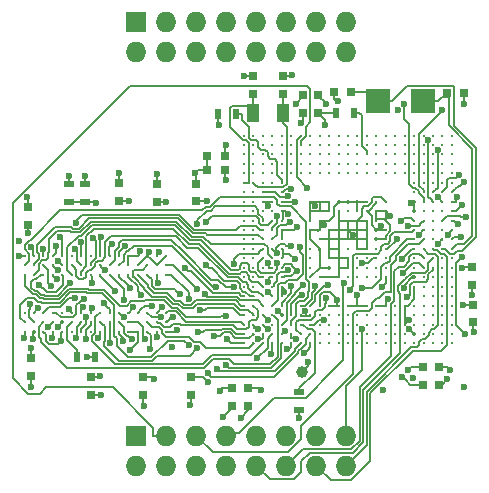
<source format=gbr>
G04 #@! TF.FileFunction,Copper,L1,Top,Signal*
%FSLAX46Y46*%
G04 Gerber Fmt 4.6, Leading zero omitted, Abs format (unit mm)*
G04 Created by KiCad (PCBNEW 4.0.0-rc1-stable) date Sun 22 Nov 2015 09:54:25 PM ICT*
%MOMM*%
G01*
G04 APERTURE LIST*
%ADD10C,0.100000*%
%ADD11R,1.727200X1.727200*%
%ADD12O,1.727200X1.727200*%
%ADD13R,0.750000X0.800000*%
%ADD14R,0.900000X0.500000*%
%ADD15R,0.500000X0.900000*%
%ADD16R,2.100580X2.100580*%
%ADD17R,1.000000X1.500000*%
%ADD18R,0.800000X0.750000*%
%ADD19C,1.000000*%
%ADD20C,0.300000*%
%ADD21C,0.599440*%
%ADD22O,0.300000X0.300000*%
%ADD23C,0.600000*%
%ADD24C,0.150000*%
%ADD25C,0.300000*%
%ADD26C,0.200400*%
%ADD27C,0.199800*%
G04 APERTURE END LIST*
D10*
D11*
X95821500Y-157670000D03*
D12*
X95821500Y-160210000D03*
X98361500Y-157670000D03*
X98361500Y-160210000D03*
X100901500Y-157670000D03*
X100901500Y-160210000D03*
X103441500Y-157670000D03*
X103441500Y-160210000D03*
X105981500Y-157670000D03*
X105981500Y-160210000D03*
X108521500Y-157670000D03*
X108521500Y-160210000D03*
X111061500Y-157670000D03*
X111061500Y-160210000D03*
X113601500Y-157670000D03*
X113601500Y-160210000D03*
D13*
X96418400Y-152717000D03*
X96418400Y-154217000D03*
D14*
X90119200Y-136385000D03*
X90119200Y-137885000D03*
X91440000Y-137885000D03*
X91440000Y-136385000D03*
D15*
X90817000Y-151003000D03*
X92317000Y-151003000D03*
D11*
X95758000Y-122618000D03*
D12*
X95758000Y-125158000D03*
X98298000Y-122618000D03*
X98298000Y-125158000D03*
X100838000Y-122618000D03*
X100838000Y-125158000D03*
X103378000Y-122618000D03*
X103378000Y-125158000D03*
X105918000Y-122618000D03*
X105918000Y-125158000D03*
X108458000Y-122618000D03*
X108458000Y-125158000D03*
X110998000Y-122618000D03*
X110998000Y-125158000D03*
X113538000Y-122618000D03*
X113538000Y-125158000D03*
D16*
X116269000Y-129286000D03*
X120079000Y-129286000D03*
D17*
X108228000Y-130302000D03*
X105728000Y-130302000D03*
D13*
X105728000Y-128702000D03*
X105728000Y-127202000D03*
X108204000Y-128702000D03*
X108204000Y-127202000D03*
D14*
X109639000Y-153961000D03*
X109639000Y-155461000D03*
D15*
X112724000Y-130302000D03*
X114224000Y-130302000D03*
X102767000Y-130429000D03*
X104267000Y-130429000D03*
D13*
X100889000Y-137808000D03*
X100889000Y-136308000D03*
X94373700Y-137758000D03*
X94373700Y-136258000D03*
X86614000Y-139790000D03*
X86614000Y-138290000D03*
X86868000Y-151091000D03*
X86868000Y-152591000D03*
X100482000Y-152717000D03*
X100482000Y-154217000D03*
X91998800Y-152704000D03*
X91998800Y-154204000D03*
X124282000Y-143382000D03*
X124282000Y-144882000D03*
X120129000Y-151866000D03*
X120129000Y-153366000D03*
X121450000Y-151840000D03*
X121450000Y-153340000D03*
X124308000Y-146570000D03*
X124308000Y-148070000D03*
D18*
X122097000Y-128651000D03*
X123597000Y-128651000D03*
X114021000Y-128600000D03*
X112521000Y-128600000D03*
D13*
X111214000Y-130354000D03*
X111214000Y-128854000D03*
X109969000Y-130328000D03*
X109969000Y-128828000D03*
D18*
X103341000Y-133998000D03*
X101841000Y-133998000D03*
X103341000Y-135141000D03*
X101841000Y-135141000D03*
D13*
X97548700Y-137846000D03*
X97548700Y-136346000D03*
X105308400Y-153656600D03*
X105308400Y-155156600D03*
X103886000Y-153656600D03*
X103886000Y-155156600D03*
D19*
X109829600Y-152298400D03*
D20*
X98361500Y-142443480D03*
X98361500Y-143243580D03*
X98361500Y-144043680D03*
X98361500Y-147239000D03*
X98361500Y-148039100D03*
X98361500Y-148839200D03*
X97561400Y-142443480D03*
X97561400Y-143243580D03*
X97561400Y-144043680D03*
X97561400Y-147239000D03*
X97561400Y-148039100D03*
X97561400Y-148839200D03*
X96761300Y-142443480D03*
X96761300Y-143243580D03*
X96761300Y-144043680D03*
X96761300Y-147239000D03*
X96761300Y-148039100D03*
X96761300Y-148839200D03*
X95961200Y-142443480D03*
X95961200Y-143243580D03*
X95961200Y-144043680D03*
X95961200Y-147239000D03*
X95961200Y-148039100D03*
X95961200Y-148839200D03*
X95161100Y-142443480D03*
X95161100Y-143243580D03*
X95161100Y-144043680D03*
X95161100Y-147239000D03*
X95161100Y-148039100D03*
X95161100Y-148839200D03*
X94361000Y-142443480D03*
X94361000Y-143243580D03*
X94361000Y-144043680D03*
X94361000Y-147239000D03*
X94361000Y-148039100D03*
X94361000Y-148839200D03*
D21*
X85862160Y-141143000D03*
X98861880Y-150139680D03*
D20*
X93560900Y-142443480D03*
X93560900Y-143243580D03*
X93560900Y-144043680D03*
X93560900Y-147239000D03*
X93560900Y-148039100D03*
X93560900Y-148839200D03*
X92760800Y-142443480D03*
X92760800Y-143243580D03*
X92760800Y-144043680D03*
X92760800Y-147239000D03*
X92760800Y-148039100D03*
X92760800Y-148839200D03*
X91963240Y-142443480D03*
X91963240Y-143243580D03*
X91963240Y-144043680D03*
X91963240Y-147239000D03*
X91963240Y-148039100D03*
X91963240Y-148839200D03*
X91163140Y-142443480D03*
X91163140Y-143243580D03*
X91163140Y-144043680D03*
X91163140Y-147239000D03*
X91163140Y-148039100D03*
X91163140Y-148839200D03*
X90363040Y-142443480D03*
X90363040Y-143243580D03*
X90363040Y-144043680D03*
X90363040Y-147239000D03*
X90363040Y-148039100D03*
X90363040Y-148839200D03*
X89562940Y-142443480D03*
X89562940Y-143243580D03*
X89562940Y-144043680D03*
X89562940Y-147239000D03*
X89562940Y-148039100D03*
X89562940Y-148839200D03*
X88762840Y-142443480D03*
X88762840Y-143243580D03*
X88762840Y-144043680D03*
X88762840Y-147239000D03*
X88762840Y-148039100D03*
X88762840Y-148839200D03*
X87962740Y-142443480D03*
X87962740Y-143243580D03*
X87962740Y-144043680D03*
X87962740Y-147239000D03*
X87962740Y-148039100D03*
X87962740Y-148839200D03*
X87162640Y-142443480D03*
X87162640Y-143243580D03*
X87162640Y-144043680D03*
X87162640Y-147239000D03*
X87162640Y-148039100D03*
X87162640Y-148839200D03*
X86362540Y-142443480D03*
X86362540Y-143243580D03*
X86362540Y-144043680D03*
X86362540Y-147239000D03*
X86362540Y-148039100D03*
X86362540Y-148839200D03*
D22*
X104945440Y-132250440D03*
X105745540Y-132250440D03*
X106545640Y-132250440D03*
X107345740Y-132250440D03*
X108145840Y-132250440D03*
X108945940Y-132250440D03*
X109746040Y-132250440D03*
X110546140Y-132250440D03*
X111346240Y-132250440D03*
X112146340Y-132250440D03*
X112946440Y-132250440D03*
X113744000Y-132250440D03*
X114541560Y-132250440D03*
X115341660Y-132250440D03*
X116141760Y-132250440D03*
X116941860Y-132250440D03*
X117741960Y-132250440D03*
X118542060Y-132250440D03*
X119342160Y-132250440D03*
X120142260Y-132250440D03*
X120942360Y-132250440D03*
X121742460Y-132250440D03*
X122542560Y-132250440D03*
X104945440Y-133050540D03*
X105745540Y-133050540D03*
X106545640Y-133050540D03*
X107345740Y-133050540D03*
X108145840Y-133050540D03*
X108945940Y-133050540D03*
X109746040Y-133050540D03*
X110546140Y-133050540D03*
X111346240Y-133050540D03*
X112146340Y-133050540D03*
X112946440Y-133050540D03*
X113744000Y-133050540D03*
X114541560Y-133050540D03*
X115341660Y-133050540D03*
X116141760Y-133050540D03*
X116941860Y-133050540D03*
X117741960Y-133050540D03*
X118542060Y-133050540D03*
X119342160Y-133050540D03*
X120142260Y-133050540D03*
X120942360Y-133050540D03*
X121742460Y-133050540D03*
X122542560Y-133050540D03*
X104945440Y-133850640D03*
X105745540Y-133850640D03*
X106545640Y-133850640D03*
X107345740Y-133850640D03*
X108145840Y-133850640D03*
X108945940Y-133850640D03*
X109746040Y-133850640D03*
X110546140Y-133850640D03*
X111346240Y-133850640D03*
X112146340Y-133850640D03*
X112946440Y-133850640D03*
X113744000Y-133850640D03*
X114541560Y-133850640D03*
X115341660Y-133850640D03*
X116141760Y-133850640D03*
X116941860Y-133850640D03*
X117741960Y-133850640D03*
X118542060Y-133850640D03*
X119342160Y-133850640D03*
X120142260Y-133850640D03*
X120942360Y-133850640D03*
X121742460Y-133850640D03*
X122542560Y-133850640D03*
X104945440Y-134650740D03*
X105745540Y-134650740D03*
X106545640Y-134650740D03*
X107345740Y-134650740D03*
X108145840Y-134650740D03*
X108945940Y-134650740D03*
X109746040Y-134650740D03*
X110546140Y-134650740D03*
X111346240Y-134650740D03*
X112146340Y-134650740D03*
X112946440Y-134650740D03*
X113744000Y-134650740D03*
X114541560Y-134650740D03*
X115341660Y-134650740D03*
X116141760Y-134650740D03*
X116941860Y-134650740D03*
X117741960Y-134650740D03*
X118542060Y-134650740D03*
X119342160Y-134650740D03*
X120142260Y-134650740D03*
X120942360Y-134650740D03*
X121742460Y-134650740D03*
X122542560Y-134650740D03*
X104945440Y-135450840D03*
X105745540Y-135450840D03*
X106545640Y-135450840D03*
X107345740Y-135450840D03*
X108145840Y-135450840D03*
X108945940Y-135450840D03*
X109746040Y-135450840D03*
X110546140Y-135450840D03*
X111346240Y-135450840D03*
X112146340Y-135450840D03*
X112946440Y-135450840D03*
X113744000Y-135450840D03*
X114541560Y-135450840D03*
X115341660Y-135450840D03*
X116141760Y-135450840D03*
X116941860Y-135450840D03*
X117741960Y-135450840D03*
X118542060Y-135450840D03*
X119342160Y-135450840D03*
X120142260Y-135450840D03*
X120942360Y-135450840D03*
X121742460Y-135450840D03*
X122542560Y-135450840D03*
X104945440Y-146647160D03*
X105745540Y-146647160D03*
X106545640Y-146647160D03*
X107345740Y-146647160D03*
X108145840Y-146647160D03*
X108945940Y-146647160D03*
X109746040Y-146647160D03*
X110546140Y-146647160D03*
X111346240Y-146647160D03*
X112146340Y-146647160D03*
X112946440Y-146647160D03*
X113744000Y-146647160D03*
X114541560Y-146647160D03*
X115341660Y-146647160D03*
X116141760Y-146647160D03*
X116941860Y-146647160D03*
X117741960Y-146647160D03*
X118542060Y-146647160D03*
X119342160Y-146647160D03*
X120142260Y-146647160D03*
X120942360Y-146647160D03*
X121742460Y-146647160D03*
X122542560Y-146647160D03*
X104945440Y-147447260D03*
X105745540Y-147447260D03*
X106545640Y-147447260D03*
X107345740Y-147447260D03*
X108145840Y-147447260D03*
X108945940Y-147447260D03*
X109746040Y-147447260D03*
X110546140Y-147447260D03*
X111346240Y-147447260D03*
X112146340Y-147447260D03*
X112946440Y-147447260D03*
X113744000Y-147447260D03*
X114541560Y-147447260D03*
X115341660Y-147447260D03*
X116141760Y-147447260D03*
X116941860Y-147447260D03*
X117741960Y-147447260D03*
X118542060Y-147447260D03*
X119342160Y-147447260D03*
X120142260Y-147447260D03*
X120942360Y-147447260D03*
X121742460Y-147447260D03*
X122542560Y-147447260D03*
X104945440Y-148247360D03*
X105745540Y-148247360D03*
X106545640Y-148247360D03*
X107345740Y-148247360D03*
X108145840Y-148247360D03*
X108945940Y-148247360D03*
X109746040Y-148247360D03*
X110546140Y-148247360D03*
X111346240Y-148247360D03*
X112146340Y-148247360D03*
X112946440Y-148247360D03*
X113744000Y-148247360D03*
X114541560Y-148247360D03*
X115341660Y-148247360D03*
X116141760Y-148247360D03*
X116941860Y-148247360D03*
X117741960Y-148247360D03*
X118542060Y-148247360D03*
X119342160Y-148247360D03*
X120142260Y-148247360D03*
X120942360Y-148247360D03*
X121742460Y-148247360D03*
X122542560Y-148247360D03*
X104945440Y-149047460D03*
X105745540Y-149047460D03*
X106545640Y-149047460D03*
X107345740Y-149047460D03*
X108145840Y-149047460D03*
X108945940Y-149047460D03*
X109746040Y-149047460D03*
X110546140Y-149047460D03*
X111346240Y-149047460D03*
X112146340Y-149047460D03*
X112946440Y-149047460D03*
X113744000Y-149047460D03*
X114541560Y-149047460D03*
X115341660Y-149047460D03*
X116141760Y-149047460D03*
X116941860Y-149047460D03*
X117741960Y-149047460D03*
X118542060Y-149047460D03*
X119342160Y-149047460D03*
X120142260Y-149047460D03*
X120942360Y-149047460D03*
X121742460Y-149047460D03*
X122542560Y-149047460D03*
X104945440Y-149847560D03*
X105745540Y-149847560D03*
X106545640Y-149847560D03*
X107345740Y-149847560D03*
X108145840Y-149847560D03*
X108945940Y-149847560D03*
X109746040Y-149847560D03*
X110546140Y-149847560D03*
X111346240Y-149847560D03*
X112146340Y-149847560D03*
X112946440Y-149847560D03*
X113744000Y-149847560D03*
X114541560Y-149847560D03*
X115341660Y-149847560D03*
X116141760Y-149847560D03*
X116941860Y-149847560D03*
X117741960Y-149847560D03*
X118542060Y-149847560D03*
X119342160Y-149847560D03*
X120142260Y-149847560D03*
X120942360Y-149847560D03*
X121742460Y-149847560D03*
X122542560Y-149847560D03*
X104945440Y-136250940D03*
X105745540Y-136250940D03*
X106545640Y-136250940D03*
X107345740Y-136250940D03*
X108145840Y-136250940D03*
X119342160Y-136250940D03*
X120142260Y-136250940D03*
X120942360Y-136250940D03*
X121742460Y-136250940D03*
X122542560Y-136250940D03*
X104945440Y-137051040D03*
X105745540Y-137051040D03*
X106545640Y-137051040D03*
X107345740Y-137051040D03*
X108145840Y-137051040D03*
X119342160Y-137051040D03*
X120142260Y-137051040D03*
X120942360Y-137051040D03*
X121742460Y-137051040D03*
X122542560Y-137051040D03*
X104945440Y-137851140D03*
X105745540Y-137851140D03*
X106545640Y-137851140D03*
X107345740Y-137851140D03*
X108145840Y-137851140D03*
X119342160Y-137851140D03*
X120142260Y-137851140D03*
X120942360Y-137851140D03*
X121742460Y-137851140D03*
X122542560Y-137851140D03*
X104945440Y-138651240D03*
X105745540Y-138651240D03*
X106545640Y-138651240D03*
X107345740Y-138651240D03*
X108145840Y-138651240D03*
X119342160Y-138651240D03*
X120142260Y-138651240D03*
X120942360Y-138651240D03*
X121742460Y-138651240D03*
X122542560Y-138651240D03*
X104945440Y-139451340D03*
X105745540Y-139451340D03*
X106545640Y-139451340D03*
X107345740Y-139451340D03*
X108145840Y-139451340D03*
X119342160Y-139451340D03*
X120142260Y-139451340D03*
X120942360Y-139451340D03*
X121742460Y-139451340D03*
X122542560Y-139451340D03*
X104945440Y-140251440D03*
X105745540Y-140251440D03*
X106545640Y-140251440D03*
X107345740Y-140251440D03*
X108145840Y-140251440D03*
X119342160Y-140251440D03*
X120142260Y-140251440D03*
X120942360Y-140251440D03*
X121742460Y-140251440D03*
X122542560Y-140251440D03*
X104945440Y-141049000D03*
X105745540Y-141049000D03*
X106545640Y-141049000D03*
X107345740Y-141049000D03*
X108145840Y-141049000D03*
X119342160Y-141049000D03*
X120142260Y-141049000D03*
X120942360Y-141049000D03*
X121742460Y-141049000D03*
X122542560Y-141049000D03*
X104945440Y-141846560D03*
X105745540Y-141846560D03*
X106545640Y-141846560D03*
X107345740Y-141846560D03*
X108145840Y-141846560D03*
X119342160Y-141846560D03*
X120142260Y-141846560D03*
X120942360Y-141846560D03*
X121742460Y-141846560D03*
X122542560Y-141846560D03*
X104945440Y-142646660D03*
X105745540Y-142646660D03*
X106545640Y-142646660D03*
X107345740Y-142646660D03*
X108145840Y-142646660D03*
X119342160Y-142646660D03*
X120142260Y-142646660D03*
X120942360Y-142646660D03*
X121742460Y-142646660D03*
X122542560Y-142646660D03*
X104945440Y-143446760D03*
X105745540Y-143446760D03*
X106545640Y-143446760D03*
X107345740Y-143446760D03*
X108145840Y-143446760D03*
X119342160Y-143446760D03*
X120142260Y-143446760D03*
X120942360Y-143446760D03*
X121742460Y-143446760D03*
X122542560Y-143446760D03*
X104945440Y-144246860D03*
X105745540Y-144246860D03*
X106545640Y-144246860D03*
X107345740Y-144246860D03*
X108145840Y-144246860D03*
X119342160Y-144246860D03*
X120142260Y-144246860D03*
X120942360Y-144246860D03*
X121742460Y-144246860D03*
X122542560Y-144246860D03*
X104945440Y-145046960D03*
X105745540Y-145046960D03*
X106545640Y-145046960D03*
X107345740Y-145046960D03*
X108145840Y-145046960D03*
X119342160Y-145046960D03*
X120142260Y-145046960D03*
X120942360Y-145046960D03*
X121742460Y-145046960D03*
X122542560Y-145046960D03*
X104945440Y-145847060D03*
X105745540Y-145847060D03*
X106545640Y-145847060D03*
X107345740Y-145847060D03*
X108145840Y-145847060D03*
X119342160Y-145847060D03*
X120142260Y-145847060D03*
X120942360Y-145847060D03*
X121742460Y-145847060D03*
X122542560Y-145847060D03*
X110546140Y-137851140D03*
X111346240Y-137851140D03*
X112146340Y-137851140D03*
X112946440Y-137851140D03*
X113744000Y-137851140D03*
X114541560Y-137851140D03*
X115341660Y-137851140D03*
X116141760Y-137851140D03*
X116941860Y-137851140D03*
X110546140Y-138651240D03*
X111346240Y-138651240D03*
X112146340Y-138651240D03*
X112946440Y-138651240D03*
X113744000Y-138651240D03*
X114541560Y-138651240D03*
X115341660Y-138651240D03*
X116141760Y-138651240D03*
X116941860Y-138651240D03*
X110546140Y-139451340D03*
X111346240Y-139451340D03*
X112146340Y-139451340D03*
X112946440Y-139451340D03*
X113744000Y-139451340D03*
X114541560Y-139451340D03*
X115341660Y-139451340D03*
X116141760Y-139451340D03*
X116941860Y-139451340D03*
X110546140Y-140251440D03*
X111346240Y-140251440D03*
X112146340Y-140251440D03*
X112946440Y-140251440D03*
X113744000Y-140251440D03*
X114541560Y-140251440D03*
X115341660Y-140251440D03*
X116141760Y-140251440D03*
X116941860Y-140251440D03*
X110546140Y-141049000D03*
X111346240Y-141049000D03*
X112146340Y-141049000D03*
X112946440Y-141049000D03*
X113744000Y-141049000D03*
X114541560Y-141049000D03*
X115341660Y-141049000D03*
X116141760Y-141049000D03*
X116941860Y-141049000D03*
X110546140Y-141846560D03*
X111346240Y-141846560D03*
X112146340Y-141846560D03*
X112946440Y-141846560D03*
X113744000Y-141846560D03*
X114541560Y-141846560D03*
X115341660Y-141846560D03*
X116141760Y-141846560D03*
X116941860Y-141846560D03*
X110546140Y-142646660D03*
X111346240Y-142646660D03*
X112146340Y-142646660D03*
X112946440Y-142646660D03*
X113744000Y-142646660D03*
X114541560Y-142646660D03*
X115341660Y-142646660D03*
X116141760Y-142646660D03*
X116941860Y-142646660D03*
X110546140Y-143446760D03*
X111346240Y-143446760D03*
X112146340Y-143446760D03*
X112946440Y-143446760D03*
X113744000Y-143446760D03*
X114541560Y-143446760D03*
X115341660Y-143446760D03*
X116141760Y-143446760D03*
X116941860Y-143446760D03*
X110546140Y-144246860D03*
X111346240Y-144246860D03*
X112146340Y-144246860D03*
X112946440Y-144246860D03*
X113744000Y-144246860D03*
X114541560Y-144246860D03*
X115341660Y-144246860D03*
X116141760Y-144246860D03*
X116941860Y-144246860D03*
D23*
X106066000Y-151089000D03*
X96258100Y-145738000D03*
X108392000Y-148783000D03*
X100999000Y-150260000D03*
X111875175Y-145968013D03*
X104070000Y-145087000D03*
X101854000Y-152394000D03*
X95423400Y-149509000D03*
X102608000Y-145087000D03*
X107239000Y-150725000D03*
X110048526Y-150687849D03*
X94000500Y-145378000D03*
X94767400Y-147637500D03*
X102677000Y-151989000D03*
X87541100Y-146850100D03*
X101602000Y-145687000D03*
X89077800Y-144411700D03*
X109696000Y-141708000D03*
X106946700Y-147853400D03*
X103454000Y-147489000D03*
X106944000Y-148638000D03*
X100249000Y-150014000D03*
X90129360Y-146921220D03*
X90678500Y-139615000D03*
X89154000Y-143637000D03*
X108797000Y-139580000D03*
X107721400Y-142227300D03*
X88589569Y-144956574D03*
X108954000Y-141591000D03*
X107746800Y-143052800D03*
X91361700Y-146059000D03*
X90632280Y-146029680D03*
X106949000Y-143050000D03*
X108686167Y-143663185D03*
X90170000Y-144704000D03*
X86850400Y-146519000D03*
X106959000Y-145454000D03*
X96172020Y-142062200D03*
X97706180Y-142067280D03*
X112857280Y-146159220D03*
X114942620Y-143047720D03*
X110147100Y-147129500D03*
X118935500Y-147840700D03*
X117868700Y-141008100D03*
X108369100Y-145465800D03*
X114134980Y-140640000D03*
X93791480Y-141408000D03*
X87947696Y-141858000D03*
X89455898Y-149617794D03*
X108630394Y-137385753D03*
X104648000Y-156159200D03*
X103124000Y-156057600D03*
X85859020Y-142418000D03*
X86601320Y-137439000D03*
X86868000Y-153529980D03*
X92798900Y-154191020D03*
X116631486Y-145044030D03*
X109601000Y-156159200D03*
X111846980Y-129585000D03*
X118318000Y-152649000D03*
X99300900Y-148729000D03*
X108991000Y-127140000D03*
X104966000Y-127178000D03*
X112897000Y-129317000D03*
X109313000Y-129577000D03*
X123584000Y-129565000D03*
X124270000Y-145720000D03*
X124396000Y-148895000D03*
X122149000Y-152883000D03*
X100368000Y-155080000D03*
X96443800Y-155156000D03*
X91681300Y-150978000D03*
X100825000Y-135382000D03*
X97548700Y-135484000D03*
X94361000Y-135420000D03*
X91440000Y-135674000D03*
X108632000Y-138849000D03*
X109220000Y-142672000D03*
X92134900Y-140951000D03*
X89342300Y-140853000D03*
X96520000Y-149454000D03*
X97637900Y-144754000D03*
X94684700Y-149639000D03*
X93634700Y-149833000D03*
X97616800Y-149312000D03*
X91554000Y-149454000D03*
X86334600Y-149403000D03*
X91107260Y-141302740D03*
X109928000Y-144922000D03*
X95580200Y-146799300D03*
X108615000Y-150346000D03*
X89204800Y-142887700D03*
X101002000Y-139704000D03*
X87559547Y-144895117D03*
X101732000Y-139530000D03*
X107746800Y-139052300D03*
X88365100Y-148436000D03*
X91564460Y-147642580D03*
X104058000Y-143137000D03*
X106946700Y-144653000D03*
X92103300Y-144758000D03*
X109347000Y-149440900D03*
X95329200Y-145151000D03*
X103454000Y-151689000D03*
X94741700Y-146159000D03*
X106146600Y-149453600D03*
X100972000Y-145280000D03*
X103475000Y-149439000D03*
X100266000Y-146059000D03*
X98036380Y-146733260D03*
X106146600Y-148640800D03*
X99519300Y-145703000D03*
X101194000Y-147049000D03*
X97955100Y-147637500D03*
X101014000Y-148909000D03*
X97132140Y-146679920D03*
X102437000Y-149216000D03*
X92054300Y-146886000D03*
X99906700Y-143455000D03*
X91325700Y-146784060D03*
X101690000Y-143201000D03*
X121733980Y-130118000D03*
X121348500Y-133451600D03*
X123113800Y-135610600D03*
X123557000Y-136188000D03*
X118485000Y-129559000D03*
X120535700Y-132651500D03*
X121361200Y-137464800D03*
X122947000Y-137447000D03*
X123413000Y-138105000D03*
X123705980Y-139127000D03*
X122174000Y-140627100D03*
X121373900Y-141414500D03*
X123352020Y-140864000D03*
X123366000Y-142567020D03*
X123662000Y-149045000D03*
X111744760Y-147845780D03*
X107784900Y-147091400D03*
X106934000Y-138239500D03*
X89166700Y-148437600D03*
X92379800Y-137935000D03*
X92875000Y-140815000D03*
X90629740Y-141848840D03*
X109402880Y-139992100D03*
X109280960Y-137883900D03*
X108948220Y-136745980D03*
X96918780Y-142085060D03*
X93154500Y-143637000D03*
X110977010Y-144957800D03*
X109838077Y-145750045D03*
X94841520Y-141619020D03*
X86917674Y-141713726D03*
X87087161Y-149471627D03*
X108915200Y-145008602D03*
X88991180Y-141634000D03*
X101867000Y-153149000D03*
X97320100Y-152819000D03*
X92748100Y-152641000D03*
X86893400Y-150254000D03*
X101790000Y-137782000D03*
X98336100Y-137846000D03*
X95186500Y-137808000D03*
X90106500Y-135636000D03*
X86639400Y-140526000D03*
X88696800Y-149377000D03*
X93072700Y-146455000D03*
X90728800Y-149352000D03*
X95305300Y-150405000D03*
X97024700Y-150310000D03*
X92612000Y-149414000D03*
X98892100Y-147653000D03*
X109425778Y-143687482D03*
X102920800Y-153847800D03*
X123431020Y-143421000D03*
X118847000Y-152118000D03*
X109728000Y-131204000D03*
X103391000Y-136042000D03*
X117335000Y-139040000D03*
X111747000Y-139827000D03*
X113433860Y-144716500D03*
X114939600Y-145124300D03*
X118948200Y-148653500D03*
X114478957Y-145728307D03*
X106400600Y-153771600D03*
X111780081Y-131318000D03*
X117094000Y-146050000D03*
X119078446Y-137995554D03*
X118332020Y-142690042D03*
X116713000Y-153772000D03*
X119232000Y-152801000D03*
X123596000Y-153518000D03*
X117960000Y-130108000D03*
X102819000Y-131331000D03*
X123482000Y-146596000D03*
X122415000Y-152121000D03*
X103378000Y-133083000D03*
X116548000Y-139890000D03*
X110947000Y-138240000D03*
X119748300Y-140639800D03*
X113886278Y-145285194D03*
X118805864Y-139923986D03*
X114940080Y-148645880D03*
X118191830Y-139493312D03*
X110273000Y-136654300D03*
X118370000Y-143878000D03*
X118783100Y-145910300D03*
X118491809Y-145194000D03*
X123044000Y-139774000D03*
X110337600Y-151409400D03*
X112090196Y-144907000D03*
D24*
X95161100Y-144043000D02*
X95161100Y-144246600D01*
X95161100Y-144246600D02*
X95931800Y-145017300D01*
X95931800Y-145017300D02*
X95931800Y-145412000D01*
X95931800Y-145412000D02*
X95958100Y-145438000D01*
X95958100Y-145438000D02*
X96258100Y-145738000D01*
X107346000Y-149048000D02*
X107150000Y-149243500D01*
X106954000Y-150201000D02*
X106066000Y-151089000D01*
X106954000Y-149439000D02*
X106954000Y-150201000D01*
X107150000Y-149243500D02*
X106954000Y-149439000D01*
X107345700Y-149047800D02*
X107345700Y-149047500D01*
X107150000Y-149243500D02*
X107345700Y-149047800D01*
X93137000Y-148415000D02*
X92948900Y-148227000D01*
X93137000Y-149666000D02*
X93137000Y-148415000D01*
X93095900Y-149707000D02*
X93137000Y-149666000D01*
X93095900Y-150073000D02*
X93095900Y-149707000D01*
X94343300Y-151320000D02*
X93095900Y-150073000D01*
X97188100Y-151320000D02*
X94343300Y-151320000D01*
X97595200Y-150913000D02*
X97188100Y-151320000D01*
X100347000Y-150913000D02*
X97595200Y-150913000D01*
X100999000Y-150260000D02*
X100347000Y-150913000D01*
X92948900Y-148227000D02*
X92760800Y-148039000D01*
X92760800Y-148038900D02*
X92760800Y-148038800D01*
X92948900Y-148227000D02*
X92760800Y-148038900D01*
X108145800Y-149047500D02*
X108145700Y-149047600D01*
X108146000Y-149048000D02*
X108145700Y-149047600D01*
X108142000Y-149033000D02*
X108392000Y-148783000D01*
X108142000Y-149044000D02*
X108142000Y-149033000D01*
X108145700Y-149047600D02*
X108142000Y-149044000D01*
X93560900Y-143243200D02*
X93977460Y-142826640D01*
X93977460Y-142826640D02*
X93977460Y-141999040D01*
X99820753Y-142129475D02*
X102180278Y-144489000D01*
X93977460Y-141999040D02*
X94316500Y-141660000D01*
X94316500Y-141660000D02*
X94316500Y-141367000D01*
X103645736Y-145087000D02*
X104070000Y-145087000D01*
X94316500Y-141367000D02*
X94589500Y-141094000D01*
X94589500Y-141094000D02*
X98785400Y-141094000D01*
X98785400Y-141094000D02*
X99820753Y-142129475D01*
X102180278Y-144489000D02*
X102782000Y-144489000D01*
X102782000Y-144489000D02*
X103380000Y-145087000D01*
X103380000Y-145087000D02*
X103645736Y-145087000D01*
X109745800Y-149047700D02*
X109372400Y-148674300D01*
X111785400Y-146761200D02*
X111785400Y-146482052D01*
X109372400Y-148674300D02*
X109372400Y-148056600D01*
X110957360Y-147517640D02*
X110957360Y-147205211D01*
X111134671Y-147027900D02*
X111518700Y-147027900D01*
X109372400Y-148056600D02*
X109557000Y-147872000D01*
X109557000Y-147872000D02*
X110603000Y-147872000D01*
X110603000Y-147872000D02*
X110957360Y-147517640D01*
X110957360Y-147205211D02*
X111134671Y-147027900D01*
X111518700Y-147027900D02*
X111785400Y-146761200D01*
X111785400Y-146482052D02*
X111875175Y-146392277D01*
X111875175Y-146392277D02*
X111875175Y-145968013D01*
X109746000Y-149047500D02*
X109745800Y-149047700D01*
X109746000Y-149048000D02*
X109745800Y-149047700D01*
X94523700Y-148201500D02*
X94767400Y-148445200D01*
X94767400Y-148445200D02*
X94767400Y-148976080D01*
X94767400Y-148976080D02*
X95023940Y-149232620D01*
X95023940Y-149232620D02*
X95147020Y-149232620D01*
X95147020Y-149232620D02*
X95423400Y-149509000D01*
X110546100Y-149047500D02*
X110159800Y-149433800D01*
X110159800Y-149433800D02*
X110159800Y-149936200D01*
X110159800Y-149936200D02*
X109880400Y-150215600D01*
X109880400Y-150215600D02*
X109829600Y-150215600D01*
X109829600Y-150215600D02*
X109536010Y-150509190D01*
X109536010Y-150509190D02*
X109536010Y-150637126D01*
X109536010Y-150637126D02*
X107479137Y-152693999D01*
X102153999Y-152693999D02*
X101854000Y-152394000D01*
X107479137Y-152693999D02*
X102153999Y-152693999D01*
X94523700Y-148201500D02*
X94361000Y-148038800D01*
X94361000Y-148039000D02*
X94523700Y-148201500D01*
X102608000Y-145087000D02*
X102354000Y-145087000D01*
X98830000Y-141563000D02*
X95647600Y-141563000D01*
X102354000Y-145087000D02*
X98830000Y-141563000D01*
X95647600Y-141563000D02*
X95148400Y-142062200D01*
X95148400Y-142062200D02*
X95046800Y-142062200D01*
X95046800Y-142062200D02*
X94767400Y-142341600D01*
X94767400Y-142341600D02*
X94767400Y-142836600D01*
X94767400Y-142836600D02*
X94361000Y-143243000D01*
X94361000Y-143243000D02*
X94361000Y-143243200D01*
X107346000Y-150618000D02*
X107346000Y-149848000D01*
X107239000Y-150725000D02*
X107346000Y-150618000D01*
X107346000Y-149847900D02*
X107346000Y-149848000D01*
X107345700Y-149847600D02*
X107346000Y-149847900D01*
X92603300Y-147396300D02*
X92354400Y-147645200D01*
X92354400Y-147645200D02*
X92354400Y-148928500D01*
X92354400Y-148928500D02*
X92086900Y-149196000D01*
X102190000Y-150864000D02*
X105529000Y-150864000D01*
X92086900Y-149196000D02*
X92086900Y-149664000D01*
X92086900Y-149664000D02*
X94043400Y-151620000D01*
X94043400Y-151620000D02*
X101434000Y-151620000D01*
X101434000Y-151620000D02*
X102190000Y-150864000D01*
X105529000Y-150864000D02*
X106546000Y-149848000D01*
X106546000Y-149848000D02*
X106545600Y-149847600D01*
X92760800Y-147239000D02*
X92603300Y-147396300D01*
X92760800Y-147238800D02*
X92760800Y-147238700D01*
X92603300Y-147396300D02*
X92760800Y-147238800D01*
X110546000Y-150083000D02*
X110546000Y-150190375D01*
X110348525Y-150387850D02*
X110048526Y-150687849D01*
X110546000Y-150190375D02*
X110348525Y-150387850D01*
X93700500Y-145078000D02*
X94000500Y-145378000D01*
X92760800Y-144138000D02*
X93700500Y-145078000D01*
X92760800Y-144043300D02*
X92760800Y-144138000D01*
X92760800Y-144043000D02*
X92760800Y-144043300D01*
X110546000Y-150083000D02*
X110546000Y-149848000D01*
X110546100Y-150082900D02*
X110546100Y-149847600D01*
X110546000Y-150083000D02*
X110546100Y-150082900D01*
X94686400Y-147564000D02*
X94523700Y-147401500D01*
X94693900Y-147564000D02*
X94686400Y-147564000D01*
X94767400Y-147637500D02*
X94693900Y-147564000D01*
X109746000Y-149848000D02*
X109546000Y-150047600D01*
X102902000Y-152214000D02*
X102677000Y-151989000D01*
X107549000Y-152214000D02*
X102902000Y-152214000D01*
X109246000Y-150517000D02*
X107549000Y-152214000D01*
X109246000Y-150347000D02*
X109246000Y-150517000D01*
X109546000Y-150047600D02*
X109246000Y-150347000D01*
X109546000Y-150047600D02*
X109746000Y-149847600D01*
X94361000Y-147239000D02*
X94523700Y-147401500D01*
X94361000Y-147238800D02*
X94361000Y-147238700D01*
X94523700Y-147401500D02*
X94361000Y-147238800D01*
X87541100Y-146850100D02*
X87541100Y-146883700D01*
X87541100Y-146883700D02*
X87185800Y-147239000D01*
X87185800Y-147239000D02*
X87162900Y-147239000D01*
X87162600Y-147239000D02*
X87162900Y-147239000D01*
X87162900Y-147239000D02*
X87162600Y-147238700D01*
X106545600Y-146647200D02*
X106545900Y-146646900D01*
X106546000Y-146647000D02*
X106545900Y-146646900D01*
X101827000Y-145912000D02*
X101602000Y-145687000D01*
X104359000Y-145912000D02*
X101827000Y-145912000D01*
X104638000Y-146191000D02*
X104359000Y-145912000D01*
X106090000Y-146191000D02*
X104638000Y-146191000D01*
X106545900Y-146646900D02*
X106090000Y-146191000D01*
X89077800Y-144411700D02*
X89071100Y-144405000D01*
X89077800Y-144411700D02*
X89052400Y-144386300D01*
X89071100Y-144405000D02*
X89071100Y-144353000D01*
X89071100Y-144353000D02*
X89071100Y-144367025D01*
X89069585Y-144354515D02*
X89069585Y-144368540D01*
X89071100Y-144367025D02*
X89069585Y-144368540D01*
X89071100Y-144353000D02*
X89069585Y-144354515D01*
X109696000Y-142132264D02*
X109696000Y-141708000D01*
X108015000Y-144696000D02*
X108440196Y-144696000D01*
X107790201Y-146202799D02*
X107790201Y-144920799D01*
X109940798Y-142377062D02*
X109696000Y-142132264D01*
X108667998Y-144468198D02*
X109436024Y-144468198D01*
X109940798Y-143963424D02*
X109940798Y-142377062D01*
X107570000Y-146423000D02*
X107790201Y-146202799D01*
X107790201Y-144920799D02*
X108015000Y-144696000D01*
X108440196Y-144696000D02*
X108667998Y-144468198D01*
X109436024Y-144468198D02*
X109940798Y-143963424D01*
X107346000Y-146647000D02*
X107570000Y-146423000D01*
X107569900Y-146423000D02*
X107345700Y-146647200D01*
X107570000Y-146423000D02*
X107569900Y-146423000D01*
X89037500Y-144412000D02*
X89037500Y-144399500D01*
X88762800Y-144124800D02*
X88762800Y-144043300D01*
X89037500Y-144399500D02*
X88762800Y-144124800D01*
X106946700Y-147853400D02*
X106946700Y-147825700D01*
X106946700Y-147825700D02*
X106568000Y-147447000D01*
X106568000Y-147447000D02*
X106545900Y-147447000D01*
X106545900Y-147447000D02*
X106545600Y-147447300D01*
X86362500Y-144043000D02*
X86362500Y-144043300D01*
X103030000Y-147489000D02*
X103454000Y-147489000D01*
X102945000Y-147574000D02*
X103030000Y-147489000D01*
X100014000Y-147574000D02*
X102945000Y-147574000D01*
X99268400Y-146828000D02*
X100014000Y-147574000D01*
X98847700Y-146828000D02*
X99268400Y-146828000D01*
X98199000Y-146180000D02*
X98847700Y-146828000D01*
X96587300Y-146180000D02*
X98199000Y-146180000D01*
X96488400Y-146279000D02*
X96587300Y-146180000D01*
X95398800Y-146279000D02*
X96488400Y-146279000D01*
X94993700Y-146684000D02*
X95398800Y-146279000D01*
X94468800Y-146684000D02*
X94993700Y-146684000D01*
X93067600Y-145283000D02*
X94468800Y-146684000D01*
X91851300Y-145283000D02*
X93067600Y-145283000D01*
X91802900Y-145234000D02*
X91851300Y-145283000D01*
X90132700Y-145234000D02*
X91802900Y-145234000D01*
X89275600Y-146091000D02*
X90132700Y-145234000D01*
X87993100Y-146091000D02*
X89275600Y-146091000D01*
X87942300Y-146040000D02*
X87993100Y-146091000D01*
X87656500Y-146040000D02*
X87942300Y-146040000D01*
X87311400Y-145695000D02*
X87656500Y-146040000D01*
X87084300Y-145695000D02*
X87311400Y-145695000D01*
X86362500Y-144974000D02*
X87084300Y-145695000D01*
X86362500Y-144043300D02*
X86362500Y-144974000D01*
X102314000Y-151164000D02*
X103681000Y-151164000D01*
X87579200Y-149319500D02*
X87762700Y-149503000D01*
X87762700Y-149503000D02*
X87762700Y-149695000D01*
X87962700Y-148038800D02*
X87962700Y-148039000D01*
X104131000Y-151614000D02*
X107127000Y-151614000D01*
X87762700Y-149695000D02*
X89987400Y-151920000D01*
X107781000Y-147883000D02*
X107446000Y-147548000D01*
X87962700Y-148039000D02*
X87579200Y-148422500D01*
X87579200Y-148422500D02*
X87579200Y-149319500D01*
X107127000Y-151614000D02*
X107781000Y-150960000D01*
X89987400Y-151920000D02*
X101558000Y-151920000D01*
X101558000Y-151920000D02*
X102314000Y-151164000D01*
X103681000Y-151164000D02*
X104131000Y-151614000D01*
X107781000Y-150960000D02*
X107781000Y-147883000D01*
X107446000Y-147548000D02*
X107346000Y-147447000D01*
X107346000Y-147447000D02*
X107345700Y-147447300D01*
X87868800Y-146391000D02*
X87818000Y-146340000D01*
X89365787Y-146391000D02*
X87868800Y-146391000D01*
X91602725Y-145523625D02*
X90233162Y-145523625D01*
X94159700Y-149390000D02*
X93960900Y-149191000D01*
X93960900Y-149191000D02*
X93960900Y-146600000D01*
X86553500Y-145994000D02*
X85979000Y-146568500D01*
X93960900Y-146600000D02*
X92943400Y-145583000D01*
X85979000Y-147655500D02*
X86362400Y-148038900D01*
X85979000Y-146568500D02*
X85979000Y-147655500D01*
X97063800Y-151020000D02*
X95099600Y-151020000D01*
X90233162Y-145523625D02*
X89365787Y-146391000D01*
X87186200Y-145994000D02*
X86553500Y-145994000D01*
X87532200Y-146340000D02*
X87186200Y-145994000D01*
X99850000Y-149615000D02*
X98469200Y-149615000D01*
X100249000Y-150014000D02*
X99850000Y-149615000D01*
X91662100Y-145583000D02*
X91602725Y-145523625D01*
X95099600Y-151020000D02*
X94159700Y-150080000D01*
X87818000Y-146340000D02*
X87532200Y-146340000D01*
X98469200Y-149615000D02*
X97063800Y-151020000D01*
X92943400Y-145583000D02*
X91662100Y-145583000D01*
X94159700Y-150080000D02*
X94159700Y-149390000D01*
X106871000Y-148565000D02*
X106944000Y-148638000D01*
X106871000Y-148565000D02*
X106944000Y-148638000D01*
X106647600Y-148349400D02*
X106655400Y-148349400D01*
X106545600Y-148247400D02*
X106647600Y-148349400D01*
X106655400Y-148349400D02*
X106871000Y-148565000D01*
X106553000Y-148247000D02*
X106655400Y-148349400D01*
X106546000Y-148247000D02*
X106553000Y-148247000D01*
X86362500Y-148038800D02*
X86362400Y-148038900D01*
X86362400Y-148038900D02*
X86362500Y-148039000D01*
X90129360Y-146921220D02*
X90129360Y-147014698D01*
X90129360Y-147014698D02*
X90353362Y-147238700D01*
X90353362Y-147238700D02*
X90363000Y-147238700D01*
X106545200Y-140251000D02*
X106316600Y-140251000D01*
X104235000Y-140229000D02*
X100749000Y-140229000D01*
X90751800Y-139542000D02*
X90678500Y-139615000D01*
X106316600Y-140251000D02*
X105930700Y-139865100D01*
X105930700Y-139865100D02*
X104598900Y-139865100D01*
X104598900Y-139865100D02*
X104235000Y-140229000D01*
X100749000Y-140229000D02*
X99457100Y-138938000D01*
X91263900Y-138938000D02*
X90751800Y-139450000D01*
X99457100Y-138938000D02*
X91263900Y-138938000D01*
X90751800Y-139450000D02*
X90751800Y-139542000D01*
X106546000Y-140251000D02*
X106545200Y-140251000D01*
X106545200Y-140251000D02*
X106545600Y-140251400D01*
X87162600Y-143243200D02*
X87162600Y-143102000D01*
X87162600Y-143102000D02*
X87579200Y-142685400D01*
X87579200Y-142685400D02*
X87579200Y-142265400D01*
X87579200Y-142265400D02*
X87432676Y-142118876D01*
X99332800Y-139238000D02*
X100626000Y-140531000D01*
X87432676Y-142118876D02*
X87432676Y-141523727D01*
X87432676Y-141523727D02*
X88968800Y-139988000D01*
X100626000Y-140531000D02*
X101713000Y-140531000D01*
X101713000Y-140531000D02*
X101847200Y-140665200D01*
X88968800Y-139988000D02*
X90274100Y-139988000D01*
X90274100Y-139988000D02*
X90426500Y-140140000D01*
X90426500Y-140140000D02*
X90930500Y-140140000D01*
X101847200Y-140665200D02*
X106162200Y-140665200D01*
X90930500Y-140140000D02*
X91832900Y-139238000D01*
X91832900Y-139238000D02*
X99332800Y-139238000D01*
X106162200Y-140665200D02*
X106545800Y-141048800D01*
X106545600Y-141049000D02*
X106545800Y-141048800D01*
X106545800Y-141048800D02*
X106546000Y-141049000D01*
X107345700Y-141049000D02*
X107346000Y-141049000D01*
X107346000Y-141049000D02*
X107759500Y-140635500D01*
X107759500Y-140635500D02*
X107759500Y-140088620D01*
X107759500Y-140088620D02*
X107993180Y-139854940D01*
X107993180Y-139854940D02*
X108522060Y-139854940D01*
X108522060Y-139854940D02*
X108797000Y-139580000D01*
X89146401Y-143637000D02*
X88763000Y-143253599D01*
X88763000Y-143253599D02*
X88763000Y-143243000D01*
X89154000Y-143637000D02*
X89146401Y-143637000D01*
X88762800Y-143243000D02*
X88763000Y-143243000D01*
X88763000Y-143243000D02*
X88762800Y-143243200D01*
X107654000Y-142155000D02*
X107654000Y-142159900D01*
X107654000Y-142159900D02*
X107721400Y-142227300D01*
X107654000Y-142155000D02*
X107654000Y-141766000D01*
X107654000Y-141766000D02*
X107980100Y-141439900D01*
X107980100Y-141439900D02*
X108378900Y-141439900D01*
X108378900Y-141439900D02*
X108530000Y-141591000D01*
X108530000Y-141591000D02*
X108954000Y-141591000D01*
X88125200Y-143405500D02*
X88353900Y-143634200D01*
X88353900Y-143634200D02*
X88353900Y-144720905D01*
X88353900Y-144720905D02*
X88589569Y-144956574D01*
X107346000Y-141847000D02*
X107654000Y-142155000D01*
X107654000Y-142191000D02*
X107654000Y-142155000D01*
X87962700Y-143243000D02*
X88125200Y-143405500D01*
X88125000Y-143405500D02*
X87962700Y-143243200D01*
X88125200Y-143405500D02*
X88125000Y-143405500D01*
X107346000Y-141846900D02*
X107346000Y-141847000D01*
X107345700Y-141846600D02*
X107346000Y-141846900D01*
X107746800Y-143052800D02*
X107746800Y-143574200D01*
X107746800Y-143574200D02*
X107470640Y-143850360D01*
X107470640Y-143850360D02*
X106357420Y-143850360D01*
X106357420Y-143850360D02*
X106154220Y-143647160D01*
X106154220Y-143647160D02*
X106154220Y-143038780D01*
X106154220Y-143038780D02*
X106545900Y-142647100D01*
X88763100Y-147239000D02*
X89022200Y-147239000D01*
X89022200Y-147239000D02*
X89436200Y-147653000D01*
X89436200Y-147653000D02*
X90497400Y-147653000D01*
X90497400Y-147653000D02*
X90754200Y-147396200D01*
X90754200Y-147396200D02*
X90754200Y-146618900D01*
X90754200Y-146618900D02*
X91014100Y-146359000D01*
X91014100Y-146359000D02*
X91061700Y-146359000D01*
X91061700Y-146359000D02*
X91361700Y-146059000D01*
X88762800Y-147239000D02*
X88763100Y-147239000D01*
X88763100Y-147239000D02*
X88762800Y-147238700D01*
X106545900Y-142647000D02*
X106545900Y-142647100D01*
X106545600Y-142646700D02*
X106545900Y-142647000D01*
X106546000Y-142647000D02*
X106545900Y-142647100D01*
X87399900Y-143806000D02*
X87553800Y-143652100D01*
X87553800Y-143129000D02*
X87858600Y-142824200D01*
X91957200Y-139538000D02*
X99208600Y-139538000D01*
X90302200Y-140440000D02*
X91054800Y-140440000D01*
X87553800Y-143652100D02*
X87553800Y-143129000D01*
X106946000Y-141718600D02*
X106946000Y-142247000D01*
X107345700Y-142646700D02*
X107346000Y-142647000D01*
X87858600Y-142824200D02*
X88163400Y-142824200D01*
X88163400Y-142824200D02*
X88366600Y-142621000D01*
X91054800Y-140440000D02*
X91957200Y-139538000D01*
X88470400Y-142110000D02*
X88470400Y-140983000D01*
X88366600Y-142213800D02*
X88470400Y-142110000D01*
X88366600Y-142621000D02*
X88366600Y-142213800D01*
X89124800Y-140328000D02*
X90190300Y-140328000D01*
X88470400Y-140983000D02*
X89124800Y-140328000D01*
X90190300Y-140328000D02*
X90302200Y-140440000D01*
X99208600Y-139538000D02*
X100502000Y-140831000D01*
X100502000Y-140831000D02*
X101503000Y-140831000D01*
X101503000Y-140831000D02*
X102119000Y-141447000D01*
X102119000Y-141447000D02*
X106674400Y-141447000D01*
X106674400Y-141447000D02*
X106946000Y-141718600D01*
X106946000Y-142247000D02*
X107345700Y-142646700D01*
X87399900Y-143806000D02*
X87162600Y-144043300D01*
X87399900Y-143806000D02*
X87162600Y-144043000D01*
X90632280Y-146029680D02*
X90611227Y-146008627D01*
X90611227Y-146008627D02*
X90115871Y-146008627D01*
X90115871Y-146008627D02*
X89342099Y-146782399D01*
X89342099Y-146782399D02*
X88419001Y-146782399D01*
X88419001Y-146782399D02*
X88118400Y-147083000D01*
X107346000Y-143447000D02*
X107345500Y-143447000D01*
X107020000Y-143121000D02*
X106949000Y-143050000D01*
X107020000Y-143447000D02*
X107020000Y-143121000D01*
X107345500Y-143447000D02*
X107020000Y-143447000D01*
X107345500Y-143447000D02*
X107345700Y-143446800D01*
X87962700Y-147239000D02*
X88118400Y-147083000D01*
X88118400Y-147083000D02*
X87962700Y-147238700D01*
X107345700Y-145047000D02*
X107446000Y-144946700D01*
X107446000Y-144841000D02*
X107734100Y-144552900D01*
X107446000Y-144946700D02*
X107446000Y-144841000D01*
X108003340Y-143827500D02*
X108521852Y-143827500D01*
X107734100Y-144552900D02*
X107734100Y-144096740D01*
X107734100Y-144096740D02*
X108003340Y-143827500D01*
X108521852Y-143827500D02*
X108686167Y-143663185D01*
X87350600Y-144424400D02*
X87129200Y-144424400D01*
X87962400Y-144043000D02*
X87732000Y-144043000D01*
X87129200Y-144424400D02*
X86935600Y-144618000D01*
X86935600Y-144618000D02*
X86935600Y-145122000D01*
X87208600Y-145395000D02*
X87435600Y-145395000D01*
X89151300Y-145791000D02*
X89936800Y-145006000D01*
X86935600Y-145122000D02*
X87208600Y-145395000D01*
X89936800Y-144937000D02*
X90170000Y-144704000D01*
X87732000Y-144043000D02*
X87350600Y-144424400D01*
X87435600Y-145395000D02*
X87780800Y-145740000D01*
X87780800Y-145740000D02*
X88066600Y-145740000D01*
X88066600Y-145740000D02*
X88117400Y-145791000D01*
X88117400Y-145791000D02*
X89151300Y-145791000D01*
X89936800Y-145006000D02*
X89936800Y-144937000D01*
X87962700Y-144043000D02*
X87962400Y-144043000D01*
X87962400Y-144043000D02*
X87962700Y-144043300D01*
X86926400Y-147802500D02*
X86766400Y-147642500D01*
X86766400Y-147642500D02*
X86766400Y-147027000D01*
X86766400Y-147027000D02*
X86850400Y-146943000D01*
X86850400Y-146943000D02*
X86850400Y-146519000D01*
X107346000Y-145840000D02*
X106959000Y-145454000D01*
X107346000Y-145847000D02*
X107346000Y-145840000D01*
X107027000Y-145522000D02*
X106959000Y-145454000D01*
X87162600Y-148039000D02*
X86926400Y-147802500D01*
X87162600Y-148038700D02*
X87162600Y-148038800D01*
X86926400Y-147802500D02*
X87162600Y-148038700D01*
X107345900Y-145847100D02*
X107346000Y-145847000D01*
X107345700Y-145847100D02*
X107345900Y-145847100D01*
X91963200Y-148038800D02*
X91963200Y-148310640D01*
X91963200Y-148310640D02*
X91554000Y-148719840D01*
X91554000Y-148719840D02*
X91554000Y-149454000D01*
X118542060Y-148247360D02*
X118542060Y-148234140D01*
X118542060Y-148234140D02*
X118935500Y-147840700D01*
X96172020Y-142062200D02*
X96172020Y-142232180D01*
X96172020Y-142232180D02*
X95961200Y-142443000D01*
X95961200Y-142443000D02*
X95961100Y-142443000D01*
X97706180Y-142067280D02*
X97561400Y-142212060D01*
X97561400Y-142212060D02*
X97561400Y-142443000D01*
X97561400Y-142443000D02*
X97561400Y-142443100D01*
X112857280Y-146159220D02*
X112857280Y-146558000D01*
X112857280Y-146558000D02*
X112946440Y-146647160D01*
X111346240Y-145734744D02*
X111346240Y-146647160D01*
X112857280Y-146159220D02*
X112857280Y-146124707D01*
X112857280Y-146124707D02*
X112185584Y-145453011D01*
X112185584Y-145453011D02*
X111627973Y-145453011D01*
X111627973Y-145453011D02*
X111346240Y-145734744D01*
X114942620Y-143047720D02*
X115422280Y-143047720D01*
X115422280Y-143047720D02*
X115823000Y-142647000D01*
X115823000Y-142647000D02*
X116141500Y-142647000D01*
X110147100Y-147129500D02*
X110153000Y-147135400D01*
X110153000Y-147135400D02*
X110153000Y-147548000D01*
X118935500Y-147840700D02*
X118957700Y-147840700D01*
X118957700Y-147840700D02*
X118964000Y-147847000D01*
X117868700Y-141008100D02*
X117868700Y-141062300D01*
X117868700Y-141062300D02*
X117084000Y-141847000D01*
X117084000Y-141847000D02*
X116942300Y-141847000D01*
X108369100Y-145465800D02*
X108369100Y-145270100D01*
X108369100Y-145270100D02*
X108232500Y-145133500D01*
X116941900Y-137850900D02*
X116555800Y-137464800D01*
X114909600Y-138455400D02*
X114909600Y-139083400D01*
X114909600Y-139083400D02*
X114542000Y-139451000D01*
X116555800Y-137464800D02*
X115900200Y-137464800D01*
X115900200Y-137464800D02*
X115773200Y-137591800D01*
X115773200Y-137900800D02*
X115421800Y-138252200D01*
X115773200Y-137591800D02*
X115773200Y-137900800D01*
X115421800Y-138252200D02*
X115112800Y-138252200D01*
X115112800Y-138252200D02*
X114909600Y-138455400D01*
X113834981Y-140340001D02*
X114134980Y-140640000D01*
X113745980Y-140251000D02*
X113834981Y-140340001D01*
X113744000Y-140251000D02*
X113745980Y-140251000D01*
X107345740Y-137051040D02*
X107487628Y-137051040D01*
X107487628Y-137051040D02*
X107487668Y-137051000D01*
X107487668Y-137051000D02*
X107587000Y-137051000D01*
X107587000Y-137051000D02*
X107950000Y-137414000D01*
X107950000Y-137414000D02*
X108602147Y-137414000D01*
X108602147Y-137414000D02*
X108630394Y-137385753D01*
X93491481Y-142373481D02*
X93491481Y-141707999D01*
X93561000Y-142443000D02*
X93491481Y-142373481D01*
X93491481Y-141707999D02*
X93791480Y-141408000D01*
X91963200Y-143243200D02*
X91963200Y-143037600D01*
X91963200Y-143037600D02*
X92379800Y-142621000D01*
X92379800Y-142621000D02*
X92379800Y-141195900D01*
X92379800Y-141195900D02*
X92134900Y-140951000D01*
X87947696Y-142282264D02*
X87947696Y-141858000D01*
X87962700Y-142443100D02*
X87947696Y-142428096D01*
X87947696Y-142428096D02*
X87947696Y-142282264D01*
X96520000Y-149454000D02*
X96367600Y-149301600D01*
X96367600Y-149301600D02*
X96367600Y-148445400D01*
X96367600Y-148445400D02*
X95961200Y-148039000D01*
X89455898Y-149193530D02*
X89455898Y-149617794D01*
X89562900Y-148838900D02*
X89455898Y-148945902D01*
X88409193Y-149917793D02*
X89155899Y-149917793D01*
X89455898Y-148945902D02*
X89455898Y-149193530D01*
X87962700Y-148838900D02*
X88146400Y-149022600D01*
X89155899Y-149917793D02*
X89455898Y-149617794D01*
X88146400Y-149655000D02*
X88409193Y-149917793D01*
X88146400Y-149022600D02*
X88146400Y-149655000D01*
X106545640Y-137051040D02*
X107345740Y-137051040D01*
X105308400Y-155156600D02*
X105308400Y-155498800D01*
X105308400Y-155498800D02*
X104648000Y-156159200D01*
X103886000Y-155156600D02*
X103886000Y-155295600D01*
X103886000Y-155295600D02*
X103124000Y-156057600D01*
X86362400Y-142443000D02*
X86337400Y-142418000D01*
X86283284Y-142418000D02*
X85859020Y-142418000D01*
X86337400Y-142418000D02*
X86283284Y-142418000D01*
X89562900Y-141074000D02*
X89342300Y-140853000D01*
X89562900Y-142443000D02*
X89562900Y-141074000D01*
X89562900Y-142443000D02*
X89562900Y-142443100D01*
X92785920Y-154204000D02*
X92798900Y-154191020D01*
X86868000Y-152591000D02*
X86868000Y-153529980D01*
X91998800Y-154204000D02*
X92785920Y-154204000D01*
X86614000Y-138290000D02*
X86614000Y-137451680D01*
X86614000Y-137451680D02*
X86601320Y-137439000D01*
X116941860Y-144246860D02*
X116941860Y-144733656D01*
X116931485Y-144744031D02*
X116631486Y-145044030D01*
X116941860Y-144733656D02*
X116931485Y-144744031D01*
X109639000Y-156121200D02*
X109601000Y-156159200D01*
X109639000Y-155461000D02*
X109639000Y-156121200D01*
X112146340Y-146647160D02*
X112946440Y-146647160D01*
X111214000Y-128879000D02*
X111846980Y-129511980D01*
X111214000Y-128854000D02*
X111214000Y-128879000D01*
X111846980Y-129511980D02*
X111846980Y-129585000D01*
X112946000Y-140251000D02*
X112146700Y-140251000D01*
X118618000Y-152949000D02*
X118318000Y-152649000D01*
X119034000Y-153366000D02*
X118618000Y-152949000D01*
X120129000Y-153366000D02*
X119034000Y-153366000D01*
X108929000Y-127202000D02*
X108991000Y-127140000D01*
X108204000Y-127202000D02*
X108929000Y-127202000D01*
X104990000Y-127202000D02*
X104966000Y-127178000D01*
X105728000Y-127202000D02*
X104990000Y-127202000D01*
X112713000Y-129317000D02*
X112897000Y-129317000D01*
X112521000Y-129125000D02*
X112713000Y-129317000D01*
X112521000Y-128600000D02*
X112521000Y-129125000D01*
X109969000Y-128921000D02*
X109313000Y-129577000D01*
X109969000Y-128828000D02*
X109969000Y-128921000D01*
X123597000Y-129552000D02*
X123584000Y-129565000D01*
X123597000Y-128651000D02*
X123597000Y-129552000D01*
X124282000Y-145707000D02*
X124270000Y-145720000D01*
X124282000Y-144882000D02*
X124282000Y-145707000D01*
X124308000Y-148806000D02*
X124396000Y-148895000D01*
X124308000Y-148070000D02*
X124308000Y-148806000D01*
X121691000Y-153340000D02*
X122149000Y-152883000D01*
X121450000Y-153340000D02*
X121691000Y-153340000D01*
X96418400Y-155130000D02*
X96443800Y-155156000D01*
X96418400Y-154217000D02*
X96418400Y-155130000D01*
X91706700Y-151003000D02*
X91681300Y-150978000D01*
X92317000Y-151003000D02*
X91706700Y-151003000D01*
X100889000Y-135446000D02*
X100825000Y-135382000D01*
X100889000Y-136308000D02*
X100889000Y-135446000D01*
X97548700Y-136346000D02*
X97548700Y-135484000D01*
X94373700Y-135433000D02*
X94361000Y-135420000D01*
X94373700Y-136258000D02*
X94373700Y-135433000D01*
X91440000Y-136385000D02*
X91440000Y-135674000D01*
X112146000Y-141049000D02*
X112146000Y-141847000D01*
X115342000Y-141049000D02*
X115342000Y-140251000D01*
X114542000Y-140251000D02*
X114542000Y-141049000D01*
X112946000Y-139451000D02*
X112946000Y-140251000D01*
X114542000Y-139451000D02*
X114542000Y-140251000D01*
X108793000Y-142245000D02*
X109220000Y-142672000D01*
X108246000Y-142245000D02*
X108793000Y-142245000D01*
X93560900Y-149759000D02*
X93634700Y-149833000D01*
X93560900Y-148838900D02*
X93560900Y-149759000D01*
X97561400Y-144043000D02*
X97561400Y-144043300D01*
X97561400Y-144678000D02*
X97637900Y-144754000D01*
X97561400Y-144043300D02*
X97561400Y-144678000D01*
X113744000Y-140251000D02*
X113744000Y-139451300D01*
X113744000Y-139451300D02*
X113744000Y-139451000D01*
X113744000Y-140251000D02*
X113744000Y-140251400D01*
X113744000Y-140251400D02*
X113744000Y-141049000D01*
X113744000Y-141049000D02*
X114541600Y-141049000D01*
X114541600Y-141049000D02*
X114542000Y-141049000D01*
X114542000Y-141049000D02*
X115341700Y-141049000D01*
X115341700Y-141049000D02*
X115342000Y-141049000D01*
X112946000Y-141049000D02*
X112946000Y-140251000D01*
X112946000Y-141049000D02*
X112946400Y-141049000D01*
X112946400Y-141049000D02*
X113744000Y-141049000D01*
X112946000Y-141049000D02*
X112146300Y-141049000D01*
X112146300Y-141049000D02*
X112146000Y-141049000D01*
X112146000Y-141049000D02*
X111346200Y-141049000D01*
X111346200Y-141049000D02*
X111346000Y-141049000D01*
X101841000Y-133998000D02*
X101841000Y-135141000D01*
X101067000Y-135141000D02*
X100825000Y-135382000D01*
X101841000Y-135141000D02*
X101067000Y-135141000D01*
X112946000Y-143847000D02*
X112946000Y-143447000D01*
X112946400Y-143847400D02*
X112946400Y-144246900D01*
X112946000Y-143847000D02*
X112946400Y-143847400D01*
X112146200Y-144247000D02*
X112146300Y-144246900D01*
X111346000Y-144247000D02*
X111346300Y-144247000D01*
X111346300Y-144247000D02*
X112146200Y-144247000D01*
X111346300Y-144247000D02*
X111346200Y-144246900D01*
X112946600Y-143447000D02*
X112946000Y-143447000D01*
X113744000Y-143447000D02*
X112946600Y-143447000D01*
X113744000Y-143446800D02*
X113744000Y-143447000D01*
X112946600Y-143447000D02*
X112946400Y-143446800D01*
X116142000Y-142647000D02*
X116141500Y-142647000D01*
X116141500Y-142647000D02*
X116141800Y-142646700D01*
X113744000Y-142647000D02*
X113744000Y-143446800D01*
X113743700Y-142647000D02*
X113744000Y-142647000D01*
X113743700Y-142647000D02*
X113744000Y-142646700D01*
X112946000Y-142647000D02*
X112946700Y-142647000D01*
X112946000Y-141847000D02*
X112946000Y-142647000D01*
X112946700Y-142647000D02*
X113743700Y-142647000D01*
X112946700Y-142647000D02*
X112946400Y-142646700D01*
X112146000Y-142647000D02*
X112146600Y-142647000D01*
X112146000Y-141847000D02*
X112146000Y-142647000D01*
X112946000Y-142647000D02*
X112946000Y-143447000D01*
X112146600Y-142647000D02*
X112946000Y-142647000D01*
X112146600Y-142647000D02*
X112146300Y-142646700D01*
X116942000Y-141847000D02*
X116942300Y-141847000D01*
X116942300Y-141847000D02*
X116941900Y-141846600D01*
X115342000Y-141847000D02*
X115341300Y-141847000D01*
X115342000Y-141049000D02*
X115342000Y-141847000D01*
X115341300Y-141847000D02*
X115341700Y-141846600D01*
X114542000Y-141847000D02*
X114542000Y-141448000D01*
X115341300Y-141847000D02*
X114542000Y-141847000D01*
X114542000Y-141448000D02*
X114542000Y-141049000D01*
X114541600Y-141448400D02*
X114541600Y-141846600D01*
X114542000Y-141448000D02*
X114541600Y-141448400D01*
X112946000Y-141847000D02*
X112946000Y-141448000D01*
X112946000Y-141448000D02*
X112946000Y-141049000D01*
X112946400Y-141448400D02*
X112946400Y-141846600D01*
X112946000Y-141448000D02*
X112946400Y-141448400D01*
X112146000Y-141847000D02*
X112146700Y-141847000D01*
X112146700Y-141847000D02*
X112946000Y-141847000D01*
X112146700Y-141847000D02*
X112146300Y-141846600D01*
X114542000Y-140251000D02*
X115341300Y-140251000D01*
X115341300Y-140251000D02*
X115342000Y-140251000D01*
X115341300Y-140251000D02*
X115341700Y-140251400D01*
X114542000Y-140251000D02*
X114541200Y-140251000D01*
X114541200Y-140251000D02*
X113744000Y-140251000D01*
X114541200Y-140251000D02*
X114541600Y-140251400D01*
X112946000Y-140251000D02*
X112946800Y-140251000D01*
X112946800Y-140251000D02*
X113744000Y-140251000D01*
X112946800Y-140251000D02*
X112946400Y-140251400D01*
X112146000Y-140251000D02*
X112146000Y-141049000D01*
X112146700Y-140251000D02*
X112146000Y-140251000D01*
X112146700Y-140251000D02*
X112146300Y-140251400D01*
X115342000Y-139451000D02*
X115341400Y-139451000D01*
X115342000Y-140251000D02*
X115342000Y-139451000D01*
X115341400Y-139451000D02*
X114542000Y-139451000D01*
X115341400Y-139451000D02*
X115341700Y-139451300D01*
X114542000Y-139451000D02*
X114541300Y-139451000D01*
X114541300Y-139451000D02*
X113744000Y-139451000D01*
X114541300Y-139451000D02*
X114541600Y-139451300D01*
X112946700Y-139451000D02*
X112946000Y-139451000D01*
X113744000Y-139451000D02*
X112946700Y-139451000D01*
X112946700Y-139451000D02*
X112946400Y-139451300D01*
X112946000Y-139451000D02*
X112946000Y-139051000D01*
X112946000Y-139051000D02*
X112946000Y-138651000D01*
X112946400Y-139050600D02*
X112946400Y-138651200D01*
X112946000Y-139051000D02*
X112946400Y-139050600D01*
X116942000Y-137851000D02*
X116941900Y-137850900D01*
X116941900Y-137850900D02*
X116941900Y-137851100D01*
X119342200Y-145574700D02*
X119342200Y-145847100D01*
X119342000Y-145574500D02*
X119342200Y-145574700D01*
X108146000Y-145447000D02*
X108146000Y-145847000D01*
X108145800Y-145447200D02*
X108145800Y-145847100D01*
X108146000Y-145447000D02*
X108145800Y-145447200D01*
X119342000Y-145574500D02*
X119342000Y-145310700D01*
X119342000Y-145310700D02*
X119342000Y-145047000D01*
X119342200Y-145310500D02*
X119342200Y-145047000D01*
X119342000Y-145310700D02*
X119342200Y-145310500D01*
X108146000Y-145047000D02*
X108146000Y-145447000D01*
X108232500Y-145133500D02*
X108146000Y-145047000D01*
X108232300Y-145133500D02*
X108145800Y-145047000D01*
X108232500Y-145133500D02*
X108232300Y-145133500D01*
X108196000Y-142596500D02*
X108145800Y-142646700D01*
X108146000Y-142647000D02*
X108196000Y-142596500D01*
X108246000Y-142546000D02*
X108246000Y-142245000D01*
X108196000Y-142596500D02*
X108246000Y-142546000D01*
X108246000Y-141947000D02*
X108146000Y-141847000D01*
X108246000Y-142245000D02*
X108246000Y-141947000D01*
X108145800Y-141846800D02*
X108145800Y-141846600D01*
X108146000Y-141847000D02*
X108145800Y-141846800D01*
X108145800Y-139451200D02*
X108145800Y-139451300D01*
X108146000Y-139451000D02*
X108145800Y-139451200D01*
X108254000Y-138760000D02*
X108146000Y-138651000D01*
X108254000Y-139309000D02*
X108254000Y-138760000D01*
X108246000Y-139317000D02*
X108254000Y-139309000D01*
X108246000Y-139351000D02*
X108246000Y-139317000D01*
X108146000Y-139451000D02*
X108246000Y-139351000D01*
X108434000Y-138651000D02*
X108632000Y-138849000D01*
X108146000Y-138651000D02*
X108434000Y-138651000D01*
X108146000Y-138651000D02*
X108145800Y-138651200D01*
X118542500Y-148247000D02*
X118542100Y-148247400D01*
X118542000Y-148247000D02*
X118542000Y-147447000D01*
X118542500Y-148247000D02*
X118542000Y-148247000D01*
X118542100Y-147447100D02*
X118542100Y-147447300D01*
X118542000Y-147447000D02*
X118542100Y-147447100D01*
X110446000Y-147548000D02*
X110496000Y-147497500D01*
X110153000Y-147548000D02*
X110446000Y-147548000D01*
X110496000Y-147497500D02*
X110546000Y-147447000D01*
X110546100Y-147447400D02*
X110546100Y-147447300D01*
X110496000Y-147497500D02*
X110546100Y-147447400D01*
X109746000Y-147447000D02*
X109796000Y-147497500D01*
X109846000Y-147548000D02*
X110153000Y-147548000D01*
X109796000Y-147497500D02*
X109846000Y-147548000D01*
X109746000Y-147447500D02*
X109746000Y-147447300D01*
X109796000Y-147497500D02*
X109746000Y-147447500D01*
X118542000Y-147447000D02*
X118542000Y-147047000D01*
X119342000Y-146102000D02*
X119342000Y-145574500D01*
X118797000Y-146647000D02*
X119342000Y-146102000D01*
X118542000Y-146647000D02*
X118797000Y-146647000D01*
X118542000Y-147047000D02*
X118542000Y-146647000D01*
X118542100Y-147046900D02*
X118542100Y-146647200D01*
X118542000Y-147047000D02*
X118542100Y-147046900D01*
X112146100Y-146647000D02*
X112146300Y-146647200D01*
X112146000Y-146647000D02*
X112146100Y-146647000D01*
X111346000Y-146647000D02*
X111346400Y-146647000D01*
X111346400Y-146647000D02*
X111346200Y-146647200D01*
X86362500Y-149375000D02*
X86334600Y-149403000D01*
X86362500Y-148839000D02*
X86362500Y-149375000D01*
X86362500Y-148839000D02*
X86362500Y-148838900D01*
X86362500Y-142443000D02*
X86362400Y-142443000D01*
X86362400Y-142443000D02*
X86362500Y-142443100D01*
X93560900Y-148039000D02*
X93560900Y-148838900D01*
X93560900Y-148039000D02*
X93560900Y-148038800D01*
X93560900Y-142443000D02*
X93561000Y-142443000D01*
X93561000Y-142443000D02*
X93560900Y-142443100D01*
X94684700Y-149357000D02*
X94684700Y-149639000D01*
X94361000Y-149033000D02*
X94684700Y-149357000D01*
X94361000Y-148839000D02*
X94361000Y-149033000D01*
X94361000Y-148839000D02*
X94361000Y-148838900D01*
X95161300Y-148039000D02*
X95161100Y-148039000D01*
X95161300Y-148039000D02*
X95161100Y-148038800D01*
X95161100Y-143243000D02*
X95161100Y-142443100D01*
X95161100Y-143243000D02*
X95161100Y-143243200D01*
X95961200Y-148039000D02*
X95161300Y-148039000D01*
X95961200Y-148039000D02*
X95961200Y-148038800D01*
X95161100Y-142443000D02*
X95961100Y-142443000D01*
X95161100Y-142443100D02*
X95161100Y-142443000D01*
X95961100Y-142443000D02*
X95961200Y-142443100D01*
X97561400Y-149256000D02*
X97616800Y-149312000D01*
X97561400Y-148839000D02*
X97561400Y-149256000D01*
X97561400Y-148839000D02*
X97561400Y-148838900D01*
X98361500Y-148839000D02*
X98361600Y-148839000D01*
X99191500Y-148839000D02*
X99300900Y-148729000D01*
X98361600Y-148839000D02*
X99191500Y-148839000D01*
X98361600Y-148839000D02*
X98361500Y-148838900D01*
X100482000Y-154965000D02*
X100368000Y-155080000D01*
X100482000Y-154217000D02*
X100482000Y-154965000D01*
X112946000Y-144247000D02*
X112946000Y-143847000D01*
X112146200Y-144247000D02*
X112946000Y-144247000D01*
X109537400Y-155461000D02*
X109639000Y-155461000D01*
X91107260Y-141302740D02*
X91107260Y-141722160D01*
X91107260Y-141722160D02*
X91163100Y-141778000D01*
X91163100Y-141778000D02*
X91163100Y-142443100D01*
X108145800Y-148247400D02*
X108559600Y-147833600D01*
X109289402Y-145560598D02*
X109628001Y-145221999D01*
X108559600Y-147833600D02*
X108559600Y-146383937D01*
X108559600Y-146383937D02*
X109289402Y-145654135D01*
X109289402Y-145654135D02*
X109289402Y-145560598D01*
X109628001Y-145221999D02*
X109928000Y-144922000D01*
X108945900Y-148247400D02*
X108945900Y-147921100D01*
X108945900Y-147921100D02*
X109347000Y-147520000D01*
X107772200Y-137744200D02*
X107467400Y-137439400D01*
X110208060Y-139538060D02*
X108922200Y-138252200D01*
X109347000Y-147520000D02*
X109347000Y-146532600D01*
X110208060Y-144390060D02*
X110208060Y-139538060D01*
X109347000Y-146532600D02*
X109599823Y-146279777D01*
X109599823Y-146279777D02*
X110036695Y-146279777D01*
X110036695Y-146279777D02*
X110367777Y-145948695D01*
X102910600Y-137439400D02*
X102043000Y-138307000D01*
X110367777Y-145948695D02*
X110367777Y-145791223D01*
X110367777Y-145791223D02*
X110367798Y-145791202D01*
X102043000Y-138307000D02*
X101697000Y-138307000D01*
X101422000Y-138582000D02*
X89359500Y-138582000D01*
X110452000Y-144634000D02*
X110208060Y-144390060D01*
X110367798Y-145791202D02*
X110367798Y-145471202D01*
X107975400Y-138252200D02*
X107772200Y-138049000D01*
X110367798Y-145471202D02*
X110452000Y-145387000D01*
X110452000Y-145387000D02*
X110452000Y-144634000D01*
X108922200Y-138252200D02*
X107975400Y-138252200D01*
X107772200Y-138049000D02*
X107772200Y-137744200D01*
X86360700Y-141494000D02*
X86360700Y-141885100D01*
X107467400Y-137439400D02*
X102910600Y-137439400D01*
X86766400Y-142290800D02*
X86766400Y-142839100D01*
X101697000Y-138307000D02*
X101422000Y-138582000D01*
X89359500Y-138582000D02*
X86891400Y-141051000D01*
X86891400Y-141051000D02*
X86803800Y-141051000D01*
X86803800Y-141051000D02*
X86360700Y-141494000D01*
X86360700Y-141885100D02*
X86766400Y-142290800D01*
X86766400Y-142839100D02*
X86418900Y-143186600D01*
X86418900Y-143186600D02*
X86418900Y-143186800D01*
X86418900Y-143186800D02*
X86362500Y-143243200D01*
X95580200Y-146799300D02*
X95580200Y-146839900D01*
X95580200Y-146839900D02*
X95181100Y-147239000D01*
X95181100Y-147239000D02*
X95161400Y-147239000D01*
X108772000Y-150346000D02*
X108615000Y-150346000D01*
X108946000Y-150172000D02*
X108772000Y-150346000D01*
X108946000Y-149848000D02*
X108946000Y-150172000D01*
X95161100Y-147239000D02*
X95161400Y-147239000D01*
X95161400Y-147239000D02*
X95161100Y-147238700D01*
X108945900Y-149847900D02*
X108946000Y-149848000D01*
X108945900Y-149847600D02*
X108945900Y-149847900D01*
X89204800Y-142887700D02*
X89214200Y-142887700D01*
X89214200Y-142887700D02*
X89562900Y-143236400D01*
X89562900Y-143236400D02*
X89562900Y-143243200D01*
X106545600Y-139451300D02*
X106545700Y-139451300D01*
X106545700Y-139451300D02*
X106546000Y-139451000D01*
X106546000Y-139451000D02*
X106546000Y-139248500D01*
X106546000Y-139248500D02*
X106146600Y-138849100D01*
X106146600Y-138849100D02*
X106146600Y-138531600D01*
X106146600Y-138531600D02*
X105867200Y-138252200D01*
X105867200Y-138252200D02*
X102521800Y-138252200D01*
X102521800Y-138252200D02*
X102167000Y-138607000D01*
X102167000Y-138607000D02*
X101822000Y-138607000D01*
X101822000Y-138607000D02*
X101002000Y-139426000D01*
X101002000Y-139426000D02*
X101002000Y-139704000D01*
X107346000Y-139451000D02*
X106942060Y-139854940D01*
X106942060Y-139854940D02*
X106352340Y-139854940D01*
X106352340Y-139854940D02*
X106170000Y-139672600D01*
X106170000Y-139672600D02*
X106170000Y-139291600D01*
X106170000Y-139291600D02*
X105943400Y-139065000D01*
X105943400Y-139065000D02*
X102197000Y-139065000D01*
X102197000Y-139065000D02*
X101732000Y-139530000D01*
X89026700Y-145491000D02*
X88241600Y-145491000D01*
X87945716Y-145195116D02*
X87859546Y-145195116D01*
X87859546Y-145195116D02*
X87559547Y-144895117D01*
X89579800Y-144060000D02*
X89596700Y-144077000D01*
X88241600Y-145491000D02*
X87945716Y-145195116D01*
X89596700Y-144921000D02*
X89026700Y-145491000D01*
X89596700Y-144077000D02*
X89596700Y-144921000D01*
X89562900Y-144043000D02*
X89579800Y-144060000D01*
X89579600Y-144060000D02*
X89562900Y-144043300D01*
X89579800Y-144060000D02*
X89579600Y-144060000D01*
X107746800Y-139052300D02*
X107746800Y-139646660D01*
X107746800Y-139646660D02*
X107346000Y-140047460D01*
X107346000Y-140047460D02*
X107346000Y-140251100D01*
X107346000Y-140251100D02*
X107345700Y-140251400D01*
X88762800Y-148039000D02*
X88649200Y-148152400D01*
X88649200Y-148152400D02*
X88762800Y-148038800D01*
X88649200Y-148152400D02*
X88365100Y-148436000D01*
X91163100Y-148612900D02*
X91163100Y-148839000D01*
X91564460Y-148211540D02*
X91163100Y-148612900D01*
X91564460Y-147642580D02*
X91564460Y-148211540D01*
X106546000Y-141847000D02*
X106328500Y-142064000D01*
X104058000Y-142713000D02*
X104058000Y-143137000D01*
X104489000Y-142281000D02*
X104058000Y-142713000D01*
X106111000Y-142281000D02*
X104489000Y-142281000D01*
X106328500Y-142064000D02*
X106111000Y-142281000D01*
X106545600Y-141846900D02*
X106545600Y-141846600D01*
X106328500Y-142064000D02*
X106545600Y-141846900D01*
X90199200Y-143879500D02*
X89966800Y-143647100D01*
X99084300Y-139838000D02*
X100378000Y-141131000D01*
X89966800Y-143647100D02*
X89966800Y-141716600D01*
X89966800Y-141716600D02*
X90943400Y-140740000D01*
X103815000Y-143662000D02*
X104451000Y-143662000D01*
X101284000Y-141131000D02*
X103815000Y-143662000D01*
X100378000Y-141131000D02*
X101284000Y-141131000D01*
X91179000Y-140740000D02*
X92081500Y-139838000D01*
X104451000Y-143662000D02*
X104583000Y-143530000D01*
X90943400Y-140740000D02*
X91179000Y-140740000D01*
X92081500Y-139838000D02*
X99084300Y-139838000D01*
X104583000Y-143530000D02*
X104583000Y-143285440D01*
X105156000Y-143075660D02*
X105328720Y-143248380D01*
X104583000Y-143285440D02*
X104792780Y-143075660D01*
X104792780Y-143075660D02*
X105156000Y-143075660D01*
X105328720Y-143248380D02*
X105328720Y-143619220D01*
X105328720Y-143619220D02*
X105537000Y-143827500D01*
X105537000Y-143827500D02*
X105831640Y-143827500D01*
X105831640Y-143827500D02*
X106251140Y-144247000D01*
X106251140Y-144247000D02*
X106545500Y-144247000D01*
X106545500Y-144247000D02*
X106546000Y-144247000D01*
X106545500Y-144247000D02*
X106545600Y-144246900D01*
X90199200Y-143879500D02*
X90363000Y-144043300D01*
X90363000Y-144043000D02*
X90199200Y-143879500D01*
X107020000Y-144579700D02*
X107020000Y-144247000D01*
X107020000Y-144247000D02*
X107345600Y-144247000D01*
X106946700Y-144653000D02*
X107020000Y-144579700D01*
X107346000Y-144247000D02*
X107345600Y-144247000D01*
X107345600Y-144247000D02*
X107345700Y-144246900D01*
X91963300Y-144043200D02*
X91963300Y-144043100D01*
X91963200Y-144043300D02*
X91963300Y-144043200D01*
X91963200Y-144043000D02*
X91963300Y-144043100D01*
X92103300Y-144183000D02*
X92103300Y-144758000D01*
X91963300Y-144043100D02*
X92103300Y-144183000D01*
X91163100Y-144043300D02*
X91163100Y-143766000D01*
X91163100Y-143766000D02*
X91605900Y-143323200D01*
X91605900Y-143323200D02*
X91605900Y-140738000D01*
X91605900Y-140738000D02*
X92205700Y-140138000D01*
X92205700Y-140138000D02*
X98960000Y-140138000D01*
X98960000Y-140138000D02*
X100253000Y-141431000D01*
X100253000Y-141431000D02*
X101160000Y-141431000D01*
X101160000Y-141431000D02*
X103690000Y-143962000D01*
X103690000Y-143962000D02*
X104575000Y-143962000D01*
X104575000Y-143962000D02*
X104696800Y-143840200D01*
X104696800Y-143840200D02*
X105092500Y-143840200D01*
X105092500Y-143840200D02*
X105361000Y-144108700D01*
X105361000Y-144108700D02*
X105361000Y-144413500D01*
X105361000Y-144413500D02*
X105594500Y-144647000D01*
X105594500Y-144647000D02*
X106146000Y-144647000D01*
X106146000Y-144647000D02*
X106545800Y-145046800D01*
X106545600Y-145047000D02*
X106545800Y-145046800D01*
X106545800Y-145046800D02*
X106546000Y-145047000D01*
X90529400Y-143409500D02*
X90754200Y-143634300D01*
X90754200Y-143634300D02*
X90754200Y-144170400D01*
X91567000Y-143916400D02*
X91821000Y-143662400D01*
X91567000Y-144195800D02*
X91567000Y-143916400D01*
X90754200Y-144170400D02*
X91008200Y-144424400D01*
X91338400Y-144424400D02*
X91567000Y-144195800D01*
X93165000Y-141278000D02*
X93682100Y-140761000D01*
X93165000Y-142572400D02*
X93165000Y-141278000D01*
X91008200Y-144424400D02*
X91338400Y-144424400D01*
X92027600Y-143662400D02*
X92362000Y-143328000D01*
X91821000Y-143662400D02*
X92027600Y-143662400D01*
X92362000Y-143328000D02*
X92362000Y-143057900D01*
X92362000Y-143057900D02*
X92583000Y-142836900D01*
X92900500Y-142836900D02*
X93165000Y-142572400D01*
X92583000Y-142836900D02*
X92900500Y-142836900D01*
X93682100Y-140761000D02*
X99158400Y-140761000D01*
X99158400Y-140761000D02*
X100129000Y-141731000D01*
X100129000Y-141731000D02*
X101036000Y-141731000D01*
X101036000Y-141731000D02*
X103566000Y-144262000D01*
X103566000Y-144262000D02*
X104446000Y-144262000D01*
X104446000Y-144262000D02*
X104846000Y-144662000D01*
X104846000Y-144662000D02*
X105088800Y-144662000D01*
X105088800Y-144662000D02*
X105321100Y-144894300D01*
X105321100Y-144894300D02*
X105321100Y-145173700D01*
X105321100Y-145173700D02*
X105603400Y-145456000D01*
X105603400Y-145456000D02*
X106154000Y-145456000D01*
X106154000Y-145456000D02*
X106451200Y-145752400D01*
X90363000Y-143243000D02*
X90529400Y-143409500D01*
X90529300Y-143409500D02*
X90363000Y-143243200D01*
X90529400Y-143409500D02*
X90529300Y-143409500D01*
X106451100Y-145752500D02*
X106451200Y-145752400D01*
X106451100Y-145752600D02*
X106451100Y-145752500D01*
X106545600Y-145847100D02*
X106451100Y-145752600D01*
X106451200Y-145752400D02*
X106546000Y-145847000D01*
X109347000Y-149440900D02*
X109278100Y-149372000D01*
X109278100Y-149372000D02*
X108946000Y-149372000D01*
X108946000Y-149372000D02*
X108946000Y-149210000D01*
X94361000Y-144043000D02*
X94361000Y-144043300D01*
X95029200Y-144851000D02*
X95329200Y-145151000D01*
X94361000Y-144183000D02*
X95029200Y-144851000D01*
X94361000Y-144043300D02*
X94361000Y-144183000D01*
X108946000Y-149048000D02*
X108946000Y-149210000D01*
X108945900Y-149209900D02*
X108945900Y-149047500D01*
X108946000Y-149210000D02*
X108945900Y-149209900D01*
X103679000Y-151914000D02*
X103454000Y-151689000D01*
X107252000Y-151914000D02*
X103679000Y-151914000D01*
X108090000Y-151076000D02*
X107252000Y-151914000D01*
X108090000Y-149903000D02*
X108090000Y-151076000D01*
X108146000Y-149848000D02*
X108090000Y-149903000D01*
X108146000Y-149847800D02*
X108146000Y-149848000D01*
X108145800Y-149847600D02*
X108146000Y-149847800D01*
X93560900Y-144043300D02*
X93561000Y-144043200D01*
X93560900Y-144043000D02*
X93561000Y-144043200D01*
X94741700Y-145224000D02*
X94741700Y-146159000D01*
X93561000Y-144043200D02*
X94741700Y-145224000D01*
X106464400Y-149453600D02*
X106546000Y-149372000D01*
X106146600Y-149453600D02*
X106464400Y-149453600D01*
X106546000Y-149372000D02*
X106546000Y-149173400D01*
X98361500Y-143243000D02*
X98361700Y-143243000D01*
X100672000Y-144980000D02*
X100972000Y-145280000D01*
X98935300Y-143243000D02*
X100672000Y-144980000D01*
X98361700Y-143243000D02*
X98935300Y-143243000D01*
X98361700Y-143243000D02*
X98361500Y-143243200D01*
X106545600Y-149173000D02*
X106546000Y-149173400D01*
X106545600Y-149047500D02*
X106545600Y-149173000D01*
X106546000Y-149048000D02*
X106546000Y-149173400D01*
X103775000Y-149739000D02*
X103475000Y-149439000D01*
X103883000Y-149848000D02*
X103775000Y-149739000D01*
X104945000Y-149848000D02*
X103883000Y-149848000D01*
X98361500Y-144043000D02*
X98361800Y-144043000D01*
X100266000Y-145513000D02*
X100266000Y-146059000D01*
X98795500Y-144043000D02*
X100266000Y-145513000D01*
X98361800Y-144043000D02*
X98795500Y-144043000D01*
X98361800Y-144043000D02*
X98361500Y-144043300D01*
X104945400Y-149847600D02*
X104945000Y-149848000D01*
X98416700Y-147183500D02*
X98361500Y-147238700D01*
X98361500Y-147239000D02*
X98416700Y-147183500D01*
X104712000Y-148014000D02*
X104945000Y-148247000D01*
X100030000Y-148014000D02*
X104712000Y-148014000D01*
X99144100Y-147128000D02*
X100030000Y-148014000D01*
X98471900Y-147128000D02*
X99144100Y-147128000D01*
X98416700Y-147183500D02*
X98471900Y-147128000D01*
X104945400Y-148247400D02*
X104945000Y-148247000D01*
X98036380Y-146733260D02*
X98036380Y-146800720D01*
X98036380Y-146800720D02*
X97598100Y-147239000D01*
X97598100Y-147239000D02*
X97561700Y-147239000D01*
X106146600Y-148640800D02*
X106078800Y-148573000D01*
X106078800Y-148573000D02*
X105746000Y-148573000D01*
X105746000Y-148573000D02*
X105746000Y-148247400D01*
X97561400Y-147239000D02*
X97561700Y-147239000D01*
X97561700Y-147239000D02*
X97561400Y-147238700D01*
X105745500Y-148247400D02*
X105746000Y-148247400D01*
X105746000Y-148247000D02*
X105746000Y-148247400D01*
X97648700Y-148126000D02*
X97803520Y-148126000D01*
X97803520Y-148126000D02*
X98135520Y-148458000D01*
X98135520Y-148458000D02*
X98655700Y-148458000D01*
X106146600Y-147048300D02*
X105745500Y-146647200D01*
X98655700Y-148458000D02*
X98937500Y-148176000D01*
X98937500Y-148176000D02*
X99490200Y-148176000D01*
X99490200Y-148176000D02*
X99628200Y-148314000D01*
X99628200Y-148314000D02*
X104000000Y-148314000D01*
X104000000Y-148314000D02*
X104326000Y-148641000D01*
X104326000Y-148641000D02*
X105131000Y-148641000D01*
X105131000Y-148641000D02*
X105334000Y-148438000D01*
X105334000Y-148438000D02*
X105334000Y-148031000D01*
X105334000Y-148031000D02*
X105518000Y-147847000D01*
X105518000Y-147847000D02*
X105924400Y-147847000D01*
X105924400Y-147847000D02*
X106146600Y-147624800D01*
X106146600Y-147624800D02*
X106146600Y-147048300D01*
X97561400Y-148039000D02*
X97648700Y-148126000D01*
X97648600Y-148126000D02*
X97561400Y-148038800D01*
X97648700Y-148126000D02*
X97648600Y-148126000D01*
X96761200Y-143243100D02*
X96349641Y-143654573D01*
X95580200Y-143738600D02*
X95664227Y-143654573D01*
X95664227Y-143654573D02*
X96349641Y-143654573D01*
X95580200Y-144195800D02*
X95580200Y-143738600D01*
X95636200Y-144251800D02*
X95580200Y-144195800D01*
X95636200Y-144264500D02*
X95636200Y-144251800D01*
X104593000Y-146995000D02*
X105293000Y-146995000D01*
X95636200Y-144264500D02*
X96512600Y-145140900D01*
X100603000Y-146889000D02*
X100979000Y-146512000D01*
X96512600Y-145140900D02*
X96512600Y-145220000D01*
X96512600Y-145220000D02*
X97172200Y-145880000D01*
X97172200Y-145880000D02*
X98323300Y-145880000D01*
X98323300Y-145880000D02*
X98972000Y-146528000D01*
X98972000Y-146528000D02*
X99392700Y-146528000D01*
X99392700Y-146528000D02*
X99753200Y-146889000D01*
X99753200Y-146889000D02*
X100603000Y-146889000D01*
X100979000Y-146512000D02*
X104110000Y-146512000D01*
X104110000Y-146512000D02*
X104593000Y-146995000D01*
X105293000Y-146995000D02*
X105745900Y-147446900D01*
X105745500Y-147447300D02*
X105745900Y-147446900D01*
X105745900Y-147446900D02*
X105746000Y-147447000D01*
X96761300Y-143243200D02*
X96761200Y-143243100D01*
X96761300Y-143243000D02*
X96761200Y-143243100D01*
X101618000Y-147049000D02*
X101194000Y-147049000D01*
X101842000Y-146825000D02*
X101618000Y-147049000D01*
X103999000Y-146825000D02*
X101842000Y-146825000D01*
X104621000Y-147447000D02*
X103999000Y-146825000D01*
X104945000Y-147447000D02*
X104621000Y-147447000D01*
X96761300Y-144043000D02*
X96911900Y-144193900D01*
X96911900Y-144193900D02*
X96761300Y-144043300D01*
X99219300Y-145403000D02*
X99519300Y-145703000D01*
X99095600Y-145280000D02*
X99219300Y-145403000D01*
X97420800Y-145280000D02*
X99095600Y-145280000D01*
X97112600Y-144971000D02*
X97420800Y-145280000D01*
X97112600Y-144395000D02*
X97112600Y-144971000D01*
X96911900Y-144193900D02*
X97112600Y-144395000D01*
X104945300Y-147447300D02*
X104945000Y-147447000D01*
X104945400Y-147447300D02*
X104945300Y-147447300D01*
X97955100Y-147637500D02*
X97159800Y-147637500D01*
X97159800Y-147637500D02*
X96761300Y-147239000D01*
X101439000Y-148909000D02*
X101014000Y-148909000D01*
X101657000Y-148691000D02*
X101439000Y-148909000D01*
X103022000Y-148691000D02*
X101657000Y-148691000D01*
X103099000Y-148614000D02*
X103022000Y-148691000D01*
X103851000Y-148614000D02*
X103099000Y-148614000D01*
X104284000Y-149048000D02*
X103851000Y-148614000D01*
X104945000Y-149048000D02*
X104284000Y-149048000D01*
X104945000Y-149047900D02*
X104945000Y-149048000D01*
X104945400Y-149047500D02*
X104945000Y-149047900D01*
X96761300Y-147238700D02*
X96761300Y-147239000D01*
X105745900Y-149848100D02*
X105388000Y-150205000D01*
X105388000Y-150205000D02*
X101687000Y-150205000D01*
X101217000Y-149735000D02*
X100748000Y-149735000D01*
X100748000Y-149735000D02*
X100327000Y-149315000D01*
X101687000Y-150205000D02*
X101217000Y-149735000D01*
X100327000Y-149315000D02*
X98327040Y-149315000D01*
X98327040Y-149315000D02*
X97967800Y-148955760D01*
X97967800Y-148955760D02*
X97967800Y-148694140D01*
X97967800Y-148694140D02*
X97703640Y-148429980D01*
X97703640Y-148429980D02*
X97152280Y-148429980D01*
X97152280Y-148429980D02*
X96761300Y-148039000D01*
X96761300Y-148039000D02*
X96761300Y-148038800D01*
X105745900Y-149848000D02*
X105745900Y-149848100D01*
X105745500Y-149847600D02*
X105745900Y-149848000D01*
X105746000Y-149848000D02*
X105745900Y-149848100D01*
X95961200Y-144043000D02*
X96273700Y-144355700D01*
X96273600Y-144355700D02*
X95961200Y-144043300D01*
X96273700Y-144355700D02*
X96273600Y-144355700D01*
X104669000Y-146647000D02*
X104945000Y-146647000D01*
X104234000Y-146212000D02*
X104669000Y-146647000D01*
X100855000Y-146212000D02*
X104234000Y-146212000D01*
X100478000Y-146589000D02*
X100855000Y-146212000D01*
X99877400Y-146589000D02*
X100478000Y-146589000D01*
X99516900Y-146228000D02*
X99877400Y-146589000D01*
X99096200Y-146228000D02*
X99516900Y-146228000D01*
X98447600Y-145580000D02*
X99096200Y-146228000D01*
X97296500Y-145580000D02*
X98447600Y-145580000D01*
X96812600Y-145096000D02*
X97296500Y-145580000D01*
X96812600Y-144895000D02*
X96812600Y-145096000D01*
X96273700Y-144355700D02*
X96812600Y-144895000D01*
X104945200Y-146647200D02*
X104945000Y-146647000D01*
X104945400Y-146647200D02*
X104945200Y-146647200D01*
X97132140Y-146679920D02*
X96520280Y-146679920D01*
X96520280Y-146679920D02*
X96228200Y-146972000D01*
X102921000Y-149216000D02*
X102437000Y-149216000D01*
X103223000Y-148914000D02*
X102921000Y-149216000D01*
X103727000Y-148914000D02*
X103223000Y-148914000D01*
X104202000Y-149390000D02*
X103727000Y-148914000D01*
X105403000Y-149390000D02*
X104202000Y-149390000D01*
X105746000Y-149048000D02*
X105403000Y-149390000D01*
X95961200Y-147239000D02*
X96228200Y-146972000D01*
X96227900Y-146972000D02*
X95961200Y-147238700D01*
X96228200Y-146972000D02*
X96227900Y-146972000D01*
X105745500Y-149047500D02*
X105746000Y-149048000D01*
X90817000Y-150403000D02*
X90817000Y-151003000D01*
X89966800Y-149552800D02*
X90817000Y-150403000D01*
X89966800Y-148435200D02*
X89966800Y-149552800D01*
X90363000Y-148038800D02*
X90363000Y-148039000D01*
X90363000Y-148039000D02*
X89966800Y-148435200D01*
X92126200Y-146814000D02*
X92054300Y-146886000D01*
X92180400Y-146814000D02*
X92126200Y-146814000D01*
X100207000Y-143755000D02*
X99906700Y-143455000D01*
X100441000Y-143755000D02*
X100207000Y-143755000D01*
X102298000Y-145612000D02*
X100441000Y-143755000D01*
X104483000Y-145612000D02*
X102298000Y-145612000D01*
X104718000Y-145847000D02*
X104483000Y-145612000D01*
X104945000Y-145847000D02*
X104718000Y-145847000D01*
X104945300Y-145847000D02*
X104945400Y-145847100D01*
X104945000Y-145847000D02*
X104945300Y-145847000D01*
X91963200Y-146977100D02*
X91963200Y-147238700D01*
X92054300Y-146886000D02*
X91963200Y-146977100D01*
X91325700Y-146784060D02*
X91163100Y-146946660D01*
X91163100Y-146946660D02*
X91163100Y-147238700D01*
X91325700Y-146784060D02*
X91402640Y-146861000D01*
X91402640Y-146861000D02*
X91431000Y-146861000D01*
X105745400Y-145847000D02*
X105421000Y-145847000D01*
X105421000Y-145847000D02*
X105031000Y-145457000D01*
X105031000Y-145457000D02*
X104840000Y-145457000D01*
X104840000Y-145457000D02*
X104571800Y-145188800D01*
X104571800Y-145188800D02*
X104571800Y-144811800D01*
X104571800Y-144811800D02*
X104322000Y-144562000D01*
X104322000Y-144562000D02*
X103280000Y-144562000D01*
X102219000Y-143501000D02*
X101990000Y-143501000D01*
X103280000Y-144562000D02*
X102219000Y-143501000D01*
X101990000Y-143501000D02*
X101690000Y-143201000D01*
X105746000Y-145847000D02*
X105745400Y-145847000D01*
X105745400Y-145847000D02*
X105745500Y-145847100D01*
X120142000Y-136888000D02*
X119748300Y-136494300D01*
X119748300Y-136494300D02*
X119748300Y-132103680D01*
X119748300Y-132103680D02*
X121433981Y-130417999D01*
X121433981Y-130417999D02*
X121733980Y-130118000D01*
X120142000Y-137051000D02*
X120142000Y-136888000D01*
X120142300Y-136888300D02*
X120142300Y-137051000D01*
X120142000Y-136888000D02*
X120142300Y-136888300D01*
X121348500Y-133451600D02*
X121343000Y-133457100D01*
X121343000Y-133457100D02*
X121343000Y-136651000D01*
X121343000Y-136651000D02*
X121102400Y-136891000D01*
X120942000Y-137051000D02*
X121102400Y-136891000D01*
X121102400Y-136891000D02*
X120942400Y-137051000D01*
X123113800Y-135610600D02*
X122875040Y-135849360D01*
X122875040Y-135849360D02*
X122334640Y-135849360D01*
X122334640Y-135849360D02*
X122148600Y-136035400D01*
X122148600Y-136035400D02*
X122148600Y-136644900D01*
X122148600Y-136644900D02*
X121904500Y-136889000D01*
X121904500Y-136889000D02*
X121742500Y-137051000D01*
X121742000Y-137051000D02*
X121904500Y-136889000D01*
X122543000Y-137051000D02*
X122824000Y-136769500D01*
X123257000Y-136488000D02*
X123557000Y-136188000D01*
X123105000Y-136488000D02*
X123257000Y-136488000D01*
X122824000Y-136769500D02*
X123105000Y-136488000D01*
X122542600Y-137050900D02*
X122542600Y-137051000D01*
X122824000Y-136769500D02*
X122542600Y-137050900D01*
X120142000Y-137688500D02*
X120142000Y-137526000D01*
X120142000Y-137526000D02*
X119761000Y-137145000D01*
X119761000Y-137145000D02*
X119761000Y-136982200D01*
X119761000Y-136982200D02*
X119454800Y-136676000D01*
X119454800Y-136676000D02*
X119213500Y-136676000D01*
X119213500Y-136676000D02*
X118906000Y-136368500D01*
X118906000Y-136368500D02*
X118906000Y-131304000D01*
X118906000Y-131304000D02*
X118485000Y-130883000D01*
X118485000Y-130883000D02*
X118485000Y-129559000D01*
X120142000Y-137851000D02*
X120142000Y-137688500D01*
X120142300Y-137688800D02*
X120142300Y-137851100D01*
X120142000Y-137688500D02*
X120142300Y-137688800D01*
X120542000Y-132657800D02*
X120542000Y-137451000D01*
X120542000Y-137451000D02*
X120742000Y-137651000D01*
X120535700Y-132651500D02*
X120542000Y-132657800D01*
X120942000Y-137851000D02*
X120742000Y-137651000D01*
X120742300Y-137651000D02*
X120942400Y-137851100D01*
X120742000Y-137651000D02*
X120742300Y-137651000D01*
X121361200Y-137464800D02*
X121364820Y-137464800D01*
X121364820Y-137464800D02*
X121742460Y-137842440D01*
X121742460Y-137842440D02*
X121742460Y-137851140D01*
X122867000Y-137527000D02*
X122947000Y-137447000D01*
X122867000Y-137851000D02*
X122867000Y-137527000D01*
X122543000Y-137851000D02*
X122867000Y-137851000D01*
X122542700Y-137851000D02*
X122542600Y-137851100D01*
X122543000Y-137851000D02*
X122542700Y-137851000D01*
X122867000Y-138651000D02*
X123413000Y-138105000D01*
X122543000Y-138651000D02*
X122867000Y-138651000D01*
X122542800Y-138651000D02*
X122542600Y-138651200D01*
X122543000Y-138651000D02*
X122542800Y-138651000D01*
X121742500Y-139450500D02*
X122140700Y-139052300D01*
X122140700Y-139052300D02*
X123207016Y-139052300D01*
X123207016Y-139052300D02*
X123281716Y-139127000D01*
X123281716Y-139127000D02*
X123705980Y-139127000D01*
X121742000Y-139451000D02*
X121742500Y-139450500D01*
X121742500Y-139450500D02*
X121742500Y-139451300D01*
X122174000Y-140627100D02*
X122174000Y-140596862D01*
X122174000Y-140596862D02*
X122519862Y-140251000D01*
X122519862Y-140251000D02*
X122542200Y-140251000D01*
X122543000Y-140251000D02*
X122542200Y-140251000D01*
X122542200Y-140251000D02*
X122542600Y-140251400D01*
X121742460Y-141049000D02*
X121739400Y-141049000D01*
X121739400Y-141049000D02*
X121373900Y-141414500D01*
X121742000Y-141049000D02*
X121742500Y-141049500D01*
X121742500Y-141049500D02*
X121742500Y-141049000D01*
X122906000Y-143027020D02*
X123066001Y-142867019D01*
X122728000Y-140864000D02*
X122927756Y-140864000D01*
X122635500Y-140956500D02*
X122728000Y-140864000D01*
X123066001Y-142867019D02*
X123366000Y-142567020D01*
X122927756Y-140864000D02*
X123352020Y-140864000D01*
X122906000Y-148289000D02*
X122906000Y-143027020D01*
X123662000Y-149045000D02*
X122906000Y-148289000D01*
X122543000Y-141049000D02*
X122635500Y-140956500D01*
X122635100Y-140956500D02*
X122542600Y-141049000D01*
X122635500Y-140956500D02*
X122635100Y-140956500D01*
X124231000Y-133349600D02*
X124231000Y-140762022D01*
X122097000Y-128810000D02*
X122259000Y-128972000D01*
X124231000Y-140762022D02*
X123604021Y-141389001D01*
X123604021Y-141389001D02*
X122999999Y-141389001D01*
X122259000Y-128972000D02*
X122259000Y-131377600D01*
X122259000Y-131377600D02*
X124231000Y-133349600D01*
X122999999Y-141389001D02*
X122543000Y-141846000D01*
X122122000Y-128810000D02*
X122097000Y-128810000D01*
X122122000Y-128651000D02*
X122122000Y-128810000D01*
X121355000Y-129286000D02*
X120079000Y-129286000D01*
X121672000Y-128969000D02*
X121355000Y-129286000D01*
X122122000Y-128969000D02*
X121672000Y-128969000D01*
X122122000Y-128810000D02*
X122122000Y-128969000D01*
X122097000Y-128651000D02*
X122097000Y-128810000D01*
X122543000Y-141846000D02*
X122543000Y-141847000D01*
X122542600Y-141846400D02*
X122542600Y-141846600D01*
X122543000Y-141846000D02*
X122542600Y-141846400D01*
X121992000Y-141847000D02*
X121742900Y-141847000D01*
X122682000Y-142240000D02*
X122385000Y-142240000D01*
X123435299Y-141982000D02*
X122940000Y-141982000D01*
X122385000Y-142240000D02*
X121992000Y-141847000D01*
X124574000Y-140843299D02*
X123435299Y-141982000D01*
X116269000Y-129286000D02*
X117469290Y-129286000D01*
X122636709Y-128010709D02*
X122722000Y-128096000D01*
X118744581Y-128010709D02*
X122636709Y-128010709D01*
X117469290Y-129286000D02*
X118744581Y-128010709D01*
X122722000Y-128096000D02*
X122722000Y-131430464D01*
X122722000Y-131430464D02*
X124574000Y-133282464D01*
X122940000Y-141982000D02*
X122682000Y-142240000D01*
X124574000Y-133282464D02*
X124574000Y-140843299D01*
X115583000Y-128600000D02*
X116269000Y-129286000D01*
X114021000Y-128600000D02*
X115583000Y-128600000D01*
X121742900Y-141847000D02*
X121742000Y-141847000D01*
X121742900Y-141847000D02*
X121742500Y-141846600D01*
X105728000Y-129715000D02*
X103926000Y-129715000D01*
X105359200Y-136251000D02*
X104945500Y-136251000D01*
X103926000Y-129715000D02*
X103733000Y-129908000D01*
X103733000Y-129908000D02*
X103733000Y-131545000D01*
X103733000Y-131545000D02*
X104839500Y-132651500D01*
X104839500Y-132651500D02*
X105105200Y-132651500D01*
X105105200Y-132651500D02*
X105359200Y-132905500D01*
X105359200Y-132905500D02*
X105359200Y-136251000D01*
X105728000Y-128702000D02*
X105728000Y-129715000D01*
X105728000Y-129715000D02*
X105728000Y-130302000D01*
X104945500Y-136251000D02*
X104945000Y-136251000D01*
X104945500Y-136251000D02*
X104945400Y-136250900D01*
X108228000Y-130302000D02*
X108228000Y-131202000D01*
X108228000Y-131202000D02*
X108559600Y-131533600D01*
X108559600Y-131533600D02*
X108559600Y-136324340D01*
X108559600Y-136324340D02*
X108257340Y-136626600D01*
X108257340Y-136626600D02*
X106121600Y-136626600D01*
X106121600Y-136626600D02*
X105908500Y-136413500D01*
X108228000Y-129351000D02*
X108228000Y-130302000D01*
X108204000Y-129327000D02*
X108228000Y-129351000D01*
X108204000Y-128702000D02*
X108204000Y-129327000D01*
X105908500Y-136413500D02*
X105746000Y-136251000D01*
X105908100Y-136413500D02*
X105745500Y-136250900D01*
X105908500Y-136413500D02*
X105908100Y-136413500D01*
X111266329Y-147845780D02*
X110864749Y-148247360D01*
X111744760Y-147845780D02*
X111266329Y-147845780D01*
X110864749Y-148247360D02*
X110546140Y-148247360D01*
X107784900Y-147091400D02*
X107790400Y-147091400D01*
X107790400Y-147091400D02*
X108146000Y-147447000D01*
X106934000Y-138239500D02*
X106960000Y-138213500D01*
X106960000Y-138213500D02*
X106960000Y-137851000D01*
X89166700Y-148437600D02*
X89562900Y-148041400D01*
X89562900Y-148041400D02*
X89562900Y-148039000D01*
X92329700Y-137885000D02*
X92379800Y-137935000D01*
X91440000Y-137885000D02*
X92329700Y-137885000D01*
X90119200Y-137885000D02*
X91440000Y-137885000D01*
X106960000Y-137851000D02*
X107346000Y-137851000D01*
X92760800Y-140930000D02*
X92875000Y-140815000D01*
X92760800Y-142443000D02*
X92760800Y-140930000D01*
X106546000Y-137851000D02*
X106960000Y-137851000D01*
D25*
X108146000Y-147447100D02*
X108146000Y-147447000D01*
X108145800Y-147447300D02*
X108146000Y-147447100D01*
X89562900Y-148038800D02*
X89562900Y-148039000D01*
D24*
X109746400Y-148247000D02*
X109943800Y-148247000D01*
X109943800Y-148247000D02*
X110337600Y-148640800D01*
X110337600Y-148640800D02*
X110718600Y-148640800D01*
X110718600Y-148640800D02*
X110959900Y-148882100D01*
X110959900Y-148882100D02*
X110959900Y-152311100D01*
X110959900Y-152311100D02*
X109639000Y-153632000D01*
X109639000Y-153632000D02*
X109639000Y-153961000D01*
X109746000Y-148247000D02*
X109746400Y-148247000D01*
X109746400Y-148247000D02*
X109746000Y-148247400D01*
X90629740Y-141848840D02*
X90766900Y-141986000D01*
X90766900Y-141986000D02*
X90766900Y-142846800D01*
X90766900Y-142846800D02*
X91163100Y-143243000D01*
X108146000Y-140251000D02*
X108146000Y-140779900D01*
X109402880Y-139992100D02*
X109143980Y-140251000D01*
X109143980Y-140251000D02*
X108146000Y-140251000D01*
X108146000Y-140779900D02*
X108146000Y-141049000D01*
X108399840Y-137851140D02*
X108432600Y-137883900D01*
X108432600Y-137883900D02*
X109280960Y-137883900D01*
X108145840Y-137851140D02*
X108399840Y-137851140D01*
X108221520Y-137051040D02*
X108526580Y-136745980D01*
X108526580Y-136745980D02*
X108948220Y-136745980D01*
X108145840Y-137051040D02*
X108221520Y-137051040D01*
X96918780Y-142085060D02*
X96918780Y-142285520D01*
X96918780Y-142285520D02*
X96761300Y-142443000D01*
X109746000Y-146647000D02*
X110070800Y-146647000D01*
X110070800Y-146647000D02*
X110657808Y-146059992D01*
X110657808Y-146059992D02*
X110657808Y-145602903D01*
X110977010Y-145283701D02*
X110977010Y-144957800D01*
X110657808Y-145602903D02*
X110977010Y-145283701D01*
X93154500Y-143637000D02*
X93154500Y-143636700D01*
X93154500Y-143636700D02*
X92960800Y-143443000D01*
X92960800Y-143443000D02*
X92760800Y-143243000D01*
X109689707Y-145750045D02*
X109838077Y-145750045D01*
X108945940Y-146493812D02*
X109689707Y-145750045D01*
X108945940Y-146647160D02*
X108945940Y-146493812D01*
X108145840Y-144246860D02*
X108287728Y-144246860D01*
X108287728Y-144246860D02*
X108356401Y-144178187D01*
X108356401Y-144178187D02*
X108935073Y-144178187D01*
X108935073Y-144178187D02*
X109125779Y-143987481D01*
X109125779Y-143987481D02*
X109425778Y-143687482D01*
X94541521Y-141919019D02*
X94841520Y-141619020D01*
X94361000Y-142099540D02*
X94541521Y-141919019D01*
X94361000Y-142443000D02*
X94361000Y-142099540D01*
X87162600Y-142443000D02*
X87062600Y-142343000D01*
X87062600Y-141858652D02*
X86917674Y-141713726D01*
X87062600Y-142343000D02*
X87062600Y-141858652D01*
X91163100Y-148039000D02*
X90946000Y-148256000D01*
X90946000Y-148256000D02*
X90779600Y-148422400D01*
X90779600Y-148422400D02*
X90779600Y-149301200D01*
X90779600Y-149301200D02*
X90728800Y-149352000D01*
X87087161Y-149047363D02*
X87087161Y-149471627D01*
X87087161Y-148914439D02*
X87087161Y-149047363D01*
X87162600Y-148839000D02*
X87087161Y-148914439D01*
X108945940Y-147447260D02*
X108945940Y-146647160D01*
X108915200Y-145618200D02*
X108915200Y-145432866D01*
X108915200Y-145432866D02*
X108915200Y-145008602D01*
X108146000Y-143447000D02*
X108444835Y-143148165D01*
X109125779Y-143339253D02*
X109125779Y-143387483D01*
X108146000Y-146387400D02*
X108915200Y-145618200D01*
X109125779Y-143387483D02*
X109425778Y-143687482D01*
X108444835Y-143148165D02*
X108934691Y-143148165D01*
X108934691Y-143148165D02*
X109125779Y-143339253D01*
X108146000Y-146647000D02*
X108146000Y-146387400D01*
X88991180Y-142214520D02*
X88991180Y-142058264D01*
X88991180Y-142058264D02*
X88991180Y-141634000D01*
X88873200Y-142332500D02*
X88991180Y-142214520D01*
X101434000Y-152717000D02*
X101867000Y-153149000D01*
X100482000Y-152717000D02*
X101434000Y-152717000D01*
X97217800Y-152717000D02*
X97320100Y-152819000D01*
X96418400Y-152717000D02*
X97217800Y-152717000D01*
X92685300Y-152704000D02*
X92748100Y-152641000D01*
X91998800Y-152704000D02*
X92685300Y-152704000D01*
X86868000Y-150279000D02*
X86893400Y-150254000D01*
X86868000Y-151091000D02*
X86868000Y-150279000D01*
X101764000Y-137808000D02*
X101790000Y-137782000D01*
X100889000Y-137808000D02*
X101764000Y-137808000D01*
X97548700Y-137846000D02*
X98336100Y-137846000D01*
X95136400Y-137758000D02*
X95186500Y-137808000D01*
X94373700Y-137758000D02*
X95136400Y-137758000D01*
X90119200Y-135649000D02*
X90106500Y-135636000D01*
X90119200Y-136385000D02*
X90119200Y-135649000D01*
X86614000Y-140500000D02*
X86639400Y-140526000D01*
X86614000Y-139790000D02*
X86614000Y-140500000D01*
X93560900Y-147239000D02*
X93560900Y-147238700D01*
X93372700Y-146755000D02*
X93072700Y-146455000D01*
X93560900Y-146943000D02*
X93372700Y-146755000D01*
X93560900Y-147238700D02*
X93560900Y-146943000D01*
D26*
X108156400Y-140262000D02*
X108145800Y-140251400D01*
D25*
X87162600Y-148839000D02*
X87162600Y-148838900D01*
D27*
X87151700Y-142443100D02*
X87162600Y-142443100D01*
D24*
X88762800Y-149311000D02*
X88696800Y-149377000D01*
X88762800Y-148839000D02*
X88762800Y-149311000D01*
D27*
X88762800Y-148839000D02*
X88762800Y-148838900D01*
D24*
X88762800Y-142443000D02*
X88873200Y-142332500D01*
D27*
X88873200Y-142332700D02*
X88762800Y-142443100D01*
X88873200Y-142332500D02*
X88873200Y-142332700D01*
X91163100Y-143243000D02*
X91163100Y-143243200D01*
D24*
X92760800Y-149265000D02*
X92612000Y-149414000D01*
X92760800Y-148839000D02*
X92760800Y-149265000D01*
D27*
X92791900Y-143274300D02*
X92760800Y-143243200D01*
D24*
X95161100Y-148839000D02*
X95561200Y-148839000D01*
X95961200Y-143243000D02*
X96761300Y-142443000D01*
X98361500Y-148039000D02*
X98554200Y-147846000D01*
X98746900Y-147653000D02*
X98892100Y-147653000D01*
X98554200Y-147846000D02*
X98746900Y-147653000D01*
D27*
X98391600Y-148038800D02*
X98361500Y-148038800D01*
D24*
X97033600Y-142715300D02*
X96761300Y-142443000D01*
X97561400Y-143243000D02*
X97033600Y-142715300D01*
X95605300Y-150105000D02*
X95305300Y-150405000D01*
X95961200Y-149749000D02*
X95605300Y-150105000D01*
X95961200Y-148839000D02*
X95961200Y-149749000D01*
X95561200Y-148839000D02*
X95961200Y-148839000D01*
X97070400Y-150264000D02*
X97024700Y-150310000D01*
X97070400Y-149148000D02*
X97070400Y-150264000D01*
X96761300Y-148839000D02*
X97070400Y-149148000D01*
X98361500Y-142443000D02*
X97561400Y-143243000D01*
X120142260Y-141049000D02*
X120140990Y-141049000D01*
X116841998Y-145524998D02*
X116386996Y-145980000D01*
X117346000Y-145489000D02*
X117309904Y-145524998D01*
X117309904Y-145524998D02*
X116841998Y-145524998D01*
X120140990Y-141049000D02*
X119737390Y-141452600D01*
X116386996Y-145980000D02*
X116220300Y-145980000D01*
X119737390Y-141452600D02*
X118792957Y-141452600D01*
X118792957Y-141452600D02*
X117807000Y-142438557D01*
X117807000Y-142438557D02*
X117807000Y-142764000D01*
X117807000Y-142764000D02*
X117346000Y-143225000D01*
X117346000Y-143225000D02*
X117346000Y-145489000D01*
X116220300Y-145980000D02*
X115741800Y-146458500D01*
X115741800Y-146458500D02*
X115741800Y-146881600D01*
X115741800Y-146881600D02*
X115551300Y-147072100D01*
X114427600Y-147072100D02*
X114147600Y-147352100D01*
X115551300Y-147072100D02*
X114427600Y-147072100D01*
X114147600Y-147352100D02*
X114147600Y-152445500D01*
X114147600Y-152445500D02*
X109791500Y-156801600D01*
X109791500Y-156801600D02*
X109791500Y-157941500D01*
X109791500Y-157941500D02*
X108673600Y-159059400D01*
X108673600Y-159059400D02*
X102290900Y-159059400D01*
X102290900Y-159059400D02*
X100901500Y-157670000D01*
X120142000Y-141049000D02*
X120142000Y-141046000D01*
X111346240Y-142646660D02*
X111346240Y-143446760D01*
X110546140Y-141049000D02*
X110548680Y-141049000D01*
X110548680Y-141049000D02*
X111346240Y-141846560D01*
X110546140Y-140251440D02*
X110546140Y-141049000D01*
X111346000Y-142647000D02*
X111346000Y-142247000D01*
X111346000Y-142247000D02*
X111346000Y-141847000D01*
D26*
X111296600Y-141896200D02*
X111346200Y-141846600D01*
X111296600Y-141896500D02*
X111296600Y-141896200D01*
D24*
X111346500Y-139451000D02*
X112146000Y-139451000D01*
X112146000Y-139451000D02*
X112309000Y-139288500D01*
X112309000Y-139288500D02*
X112537240Y-139060260D01*
X112946000Y-137851000D02*
X112946500Y-137851000D01*
X112537240Y-139060260D02*
X112537240Y-138259760D01*
X112537240Y-138259760D02*
X112946000Y-137851000D01*
X111246000Y-140352000D02*
X111346000Y-140251000D01*
X116142000Y-141049000D02*
X116942000Y-141049000D01*
X116942000Y-141049000D02*
X116942000Y-140753700D01*
X116942000Y-140753700D02*
X117335300Y-140360400D01*
X117335300Y-140360400D02*
X117335300Y-139845300D01*
X117335300Y-139845300D02*
X117042000Y-139552000D01*
X117042000Y-139552000D02*
X116942000Y-139451000D01*
X103886000Y-153656600D02*
X103112000Y-153656600D01*
X103112000Y-153656600D02*
X102920800Y-153847800D01*
X124282000Y-143382000D02*
X123470020Y-143382000D01*
X123470020Y-143382000D02*
X123431020Y-143421000D01*
X119098000Y-151866000D02*
X118847000Y-152118000D01*
X120129000Y-151866000D02*
X119098000Y-151866000D01*
X109969000Y-130962000D02*
X109728000Y-131204000D01*
X109969000Y-130328000D02*
X109969000Y-130962000D01*
X103341000Y-135992000D02*
X103391000Y-136042000D01*
X103341000Y-135141000D02*
X103341000Y-135992000D01*
X116947000Y-138651000D02*
X117335000Y-139040000D01*
X116942000Y-138651000D02*
X116947000Y-138651000D01*
X111346000Y-140251000D02*
X111346000Y-139451000D01*
X111346000Y-143447000D02*
X110546100Y-144246900D01*
X110546100Y-144246900D02*
X110546000Y-144247000D01*
X112146000Y-143447000D02*
X111346000Y-143447000D01*
D25*
X112146100Y-143447000D02*
X112146300Y-143446800D01*
X112146000Y-143447000D02*
X112146100Y-143447000D01*
X116142000Y-141049000D02*
X116141800Y-141049000D01*
D24*
X111346000Y-140251000D02*
X111345800Y-140251000D01*
X116942000Y-139451000D02*
X116892000Y-139401000D01*
D26*
X116941900Y-139434700D02*
X116941900Y-139451300D01*
D24*
X116842000Y-139351000D02*
X116242000Y-139351000D01*
X116892000Y-139401000D02*
X116842000Y-139351000D01*
D26*
X116141800Y-139451200D02*
X116141800Y-139451300D01*
D24*
X111346000Y-139451000D02*
X111346500Y-139451000D01*
X111346000Y-139451000D02*
X111346500Y-139451000D01*
X111372000Y-139451000D02*
X111747000Y-139827000D01*
X111346500Y-139451000D02*
X111372000Y-139451000D01*
X116942000Y-138651000D02*
X116942000Y-139051000D01*
X116942000Y-139051000D02*
X116942000Y-139451000D01*
X116142000Y-139451000D02*
X116142000Y-138921100D01*
X116192000Y-139401000D02*
X116142000Y-139451000D01*
X116142000Y-138651000D02*
X116942000Y-138651000D01*
X116142000Y-138921100D02*
X116142000Y-138651000D01*
X114541500Y-137851000D02*
X114542000Y-137851000D01*
D25*
X114541500Y-137851000D02*
X114541600Y-137851100D01*
D24*
X113743900Y-137851000D02*
X114541500Y-137851000D01*
D25*
X113743900Y-137851000D02*
X113744000Y-137851100D01*
D24*
X112946500Y-137851000D02*
X113743900Y-137851000D01*
D25*
X112946500Y-137851000D02*
X112946400Y-137851100D01*
D24*
X111345800Y-140251000D02*
X110546000Y-140251000D01*
X114542000Y-137851000D02*
X114542000Y-138651000D01*
X114542000Y-137851000D02*
X115342000Y-137851000D01*
X113433860Y-144716500D02*
X113345482Y-144804878D01*
X113345482Y-144804878D02*
X113345482Y-151285818D01*
X113345482Y-151285818D02*
X112503018Y-152128282D01*
X119342200Y-141049000D02*
X118772279Y-141049000D01*
X115774212Y-145124300D02*
X115363864Y-145124300D01*
X118772279Y-141049000D02*
X117309900Y-142511379D01*
X117309900Y-142511379D02*
X117309900Y-142836900D01*
X117309900Y-142836900D02*
X117081300Y-143065500D01*
X117081300Y-143065500D02*
X116841500Y-143065500D01*
X115363864Y-145124300D02*
X114939600Y-145124300D01*
X116841500Y-143065500D02*
X116535200Y-143371800D01*
X116535200Y-143371800D02*
X116535200Y-144363312D01*
X116535200Y-144363312D02*
X115774212Y-145124300D01*
X104530400Y-157394400D02*
X103717100Y-157394400D01*
X103717100Y-157394400D02*
X103441500Y-157670000D01*
X112503018Y-152128282D02*
X110170600Y-154460700D01*
X110170600Y-154460700D02*
X107464100Y-154460700D01*
X107464100Y-154460700D02*
X104530400Y-157394400D01*
X112594500Y-152036800D02*
X112503018Y-152128282D01*
X119342160Y-149047460D02*
X118948200Y-148653500D01*
X118948200Y-148653500D02*
X118948200Y-148641200D01*
X118948200Y-148641200D02*
X118948000Y-148641000D01*
X119342000Y-141847000D02*
X119138000Y-141847000D01*
X119138000Y-141847000D02*
X118632019Y-142352981D01*
X118632019Y-142352981D02*
X118632019Y-142390043D01*
X118632019Y-142390043D02*
X118332020Y-142690042D01*
X114541560Y-145790910D02*
X114478957Y-145728307D01*
X114541560Y-146647160D02*
X114541560Y-145790910D01*
X116142000Y-140251000D02*
X115747800Y-139856800D01*
X115747800Y-139856800D02*
X115747800Y-139057800D01*
X115747800Y-139057800D02*
X115442000Y-138752000D01*
X116142000Y-137993000D02*
X116142000Y-137851000D01*
X115442000Y-138752000D02*
X115342000Y-138651000D01*
X115342000Y-138651000D02*
X115484000Y-138651000D01*
X115484000Y-138651000D02*
X116142000Y-137993000D01*
X119342160Y-137851140D02*
X119222860Y-137851140D01*
X119222860Y-137851140D02*
X119078446Y-137995554D01*
X105308400Y-153656600D02*
X106285600Y-153656600D01*
X106285600Y-153656600D02*
X106400600Y-153771600D01*
X111214000Y-130354000D02*
X111214000Y-130379000D01*
X111214000Y-130379000D02*
X111780081Y-130945081D01*
X111780081Y-130945081D02*
X111780081Y-131318000D01*
X114541560Y-146647160D02*
X115341660Y-146647160D01*
X113744000Y-146647160D02*
X114541560Y-146647160D01*
X116941860Y-146647160D02*
X116941860Y-146202140D01*
X116941860Y-146202140D02*
X117094000Y-146050000D01*
X116141760Y-146647160D02*
X116516657Y-146647160D01*
X116516657Y-146647160D02*
X116941860Y-146647160D01*
X119053045Y-138020955D02*
X119078446Y-137995554D01*
X102767000Y-131278000D02*
X102819000Y-131331000D01*
X102767000Y-130429000D02*
X102767000Y-131278000D01*
X111265000Y-130302000D02*
X111214000Y-130354000D01*
X112724000Y-130302000D02*
X111265000Y-130302000D01*
X123508000Y-146570000D02*
X123482000Y-146596000D01*
X124308000Y-146570000D02*
X123508000Y-146570000D01*
X122135000Y-151840000D02*
X122415000Y-152121000D01*
X121450000Y-151840000D02*
X122135000Y-151840000D01*
X103341000Y-133121000D02*
X103378000Y-133083000D01*
X103341000Y-133998000D02*
X103341000Y-133121000D01*
X116187000Y-140251000D02*
X116548000Y-139890000D01*
X116142000Y-140251000D02*
X116187000Y-140251000D01*
X110559000Y-137851000D02*
X110947000Y-138240000D01*
X110546000Y-137851000D02*
X110559000Y-137851000D01*
X116142000Y-140251000D02*
X116942000Y-140251000D01*
X110546000Y-137851000D02*
X110546000Y-138651000D01*
X111346000Y-137851000D02*
X111346000Y-138651000D01*
X110546000Y-138651000D02*
X111346000Y-138651000D01*
X119342000Y-138651000D02*
X119342000Y-138283000D01*
X110546000Y-137851000D02*
X110858400Y-137851000D01*
X110858400Y-137851000D02*
X111346000Y-137851000D01*
D25*
X116142000Y-140251200D02*
X116142000Y-140251000D01*
X116141800Y-140251400D02*
X116142000Y-140251200D01*
D26*
X112097000Y-138651200D02*
X112146300Y-138651200D01*
X112096800Y-138651000D02*
X112097000Y-138651200D01*
D24*
X112096800Y-138651000D02*
X111346000Y-138651000D01*
X110546000Y-139451000D02*
X110546000Y-138651200D01*
X110546000Y-138651200D02*
X110546000Y-138651000D01*
X112146000Y-137851000D02*
X112146000Y-137851100D01*
X111346000Y-137851000D02*
X112146000Y-137851000D01*
X112146000Y-138651000D02*
X112096800Y-138651000D01*
X112146000Y-137851100D02*
X112146000Y-138651000D01*
D26*
X119342200Y-141846800D02*
X119342200Y-141846600D01*
X119342000Y-141847000D02*
X119342200Y-141846800D01*
D25*
X119342200Y-138651200D02*
X119342000Y-138651000D01*
X119342200Y-137851100D02*
X119342000Y-137851100D01*
D24*
X119342000Y-138283000D02*
X119342000Y-137851100D01*
X119342000Y-137851100D02*
X119342000Y-137851000D01*
D25*
X119342000Y-149047300D02*
X119342000Y-149047000D01*
X119342200Y-149047500D02*
X119342000Y-149047300D01*
D24*
X120142260Y-140251440D02*
X120136660Y-140251440D01*
X120136660Y-140251440D02*
X119748300Y-140639800D01*
X119748300Y-140639800D02*
X119748300Y-140652437D01*
X119748300Y-140652437D02*
X119754680Y-140658817D01*
X105981500Y-160210000D02*
X107137700Y-161366200D01*
X119132400Y-143865600D02*
X120294400Y-143865600D01*
X109143800Y-161366200D02*
X109778800Y-160731200D01*
X107137700Y-161366200D02*
X109143800Y-161366200D01*
X109778800Y-160731200D02*
X109778800Y-159842200D01*
X110515400Y-159105600D02*
X114160678Y-159105600D01*
X109778800Y-159842200D02*
X110515400Y-159105600D01*
X114160678Y-159105600D02*
X115031811Y-158234467D01*
X115031811Y-158234467D02*
X115031811Y-153802189D01*
X115031811Y-153802189D02*
X118166000Y-150668000D01*
X120548400Y-143611600D02*
X120548400Y-143040600D01*
X118166000Y-150668000D02*
X118166000Y-145645195D01*
X118166000Y-145645195D02*
X117966807Y-145446002D01*
X120294400Y-143865600D02*
X120548400Y-143611600D01*
X117966807Y-145446002D02*
X117966807Y-144976193D01*
X117966807Y-144976193D02*
X118540000Y-144403000D01*
X118540000Y-144403000D02*
X118595000Y-144403000D01*
X118595000Y-144403000D02*
X119132400Y-143865600D01*
X120548400Y-143040600D02*
X120724500Y-142864500D01*
X120724500Y-142864500D02*
X120942000Y-142647000D01*
X120724600Y-142864500D02*
X120942400Y-142646700D01*
X120724500Y-142864500D02*
X120724600Y-142864500D01*
X119283000Y-140310000D02*
X119144012Y-140448988D01*
X119144012Y-140448988D02*
X117651290Y-140448988D01*
X117651290Y-140448988D02*
X117335300Y-140764978D01*
X117335300Y-140764978D02*
X117335300Y-141198600D01*
X117335300Y-141198600D02*
X117094000Y-141439900D01*
X117094000Y-141439900D02*
X116801900Y-141439900D01*
X116801900Y-141439900D02*
X116547900Y-141693900D01*
X116547900Y-141693900D02*
X116547900Y-141973300D01*
X116547900Y-141973300D02*
X116255800Y-142265400D01*
X116255800Y-142265400D02*
X114350800Y-142265400D01*
X114350800Y-142265400D02*
X114147600Y-142468600D01*
X114147600Y-142468600D02*
X114147600Y-144946518D01*
X114147600Y-144946518D02*
X114186277Y-144985195D01*
X114186277Y-144985195D02*
X113886278Y-145285194D01*
X119342000Y-140251000D02*
X119283000Y-140310000D01*
X119283600Y-140310000D02*
X119342200Y-140251400D01*
X119283000Y-140310000D02*
X119283600Y-140310000D01*
X108521500Y-160210000D02*
X109925911Y-158805589D01*
X109925911Y-158805589D02*
X114036410Y-158805589D01*
X119202200Y-142265400D02*
X119760900Y-142265400D01*
X114036410Y-158805589D02*
X114731800Y-158110199D01*
X118070000Y-143346000D02*
X118473649Y-143346000D01*
X114731800Y-158110199D02*
X114731800Y-153561200D01*
X119760900Y-142265400D02*
X119979500Y-142484000D01*
X114731800Y-153561200D02*
X117348000Y-150945000D01*
X117348000Y-150945000D02*
X117348000Y-146532600D01*
X117348000Y-146532600D02*
X117666796Y-146213804D01*
X117666796Y-146213804D02*
X117666796Y-143749204D01*
X117666796Y-143749204D02*
X118070000Y-143346000D01*
X118473649Y-143346000D02*
X118948200Y-142871449D01*
X118948200Y-142871449D02*
X118948200Y-142519400D01*
X118948200Y-142519400D02*
X119202200Y-142265400D01*
X119979500Y-142484000D02*
X120142000Y-142647000D01*
X119979600Y-142484000D02*
X120142300Y-142646700D01*
X119979500Y-142484000D02*
X119979600Y-142484000D01*
X119945500Y-139647500D02*
X119727900Y-139865100D01*
X119727900Y-139865100D02*
X118864750Y-139865100D01*
X118864750Y-139865100D02*
X118805864Y-139923986D01*
X120142000Y-139451000D02*
X120120000Y-139451000D01*
X119945500Y-139647500D02*
X120142000Y-139451000D01*
X119946100Y-139647500D02*
X120142300Y-139451300D01*
X119945500Y-139647500D02*
X119946100Y-139647500D01*
X111061500Y-160210000D02*
X112293900Y-161442400D01*
X112293900Y-161442400D02*
X114020600Y-161442400D01*
X114020600Y-161442400D02*
X115631833Y-159831167D01*
X115631833Y-159831167D02*
X115631833Y-154076167D01*
X115631833Y-154076167D02*
X119236000Y-150472000D01*
X119236000Y-150472000D02*
X121653000Y-150472000D01*
X121653000Y-150472000D02*
X122123200Y-150001800D01*
X122123200Y-150001800D02*
X122123200Y-142494000D01*
X122123200Y-142494000D02*
X121869200Y-142240000D01*
X121869200Y-142240000D02*
X121661000Y-142240000D01*
X121661000Y-142240000D02*
X121318000Y-141897000D01*
X121318000Y-141897000D02*
X120992500Y-141897000D01*
X120992500Y-141897000D02*
X120942000Y-141847000D01*
X120942400Y-141846900D02*
X120942400Y-141846600D01*
X120992500Y-141897000D02*
X120942400Y-141846900D01*
X114940080Y-148645880D02*
X114927100Y-148658860D01*
X114927100Y-148658860D02*
X114927100Y-152114100D01*
X114927100Y-152114100D02*
X113601500Y-153439700D01*
X113601500Y-153439700D02*
X113601500Y-157670000D01*
X119084213Y-139193313D02*
X118491829Y-139193313D01*
X119342200Y-139451300D02*
X119084213Y-139193313D01*
X118491829Y-139193313D02*
X118191830Y-139493312D01*
X121361200Y-142506700D02*
X121361200Y-148309800D01*
X120142300Y-141846600D02*
X120548400Y-142252700D01*
X120865900Y-148640800D02*
X120573800Y-148932900D01*
X120548400Y-142252700D02*
X121107200Y-142252700D01*
X120573800Y-148932900D02*
X120573800Y-149110700D01*
X121107200Y-142252700D02*
X121361200Y-142506700D01*
X121030200Y-148640800D02*
X120865900Y-148640800D01*
X121361200Y-148309800D02*
X121030200Y-148640800D01*
X120573800Y-149110700D02*
X120243600Y-149440900D01*
X120243600Y-149440900D02*
X120040400Y-149440900D01*
X120040400Y-149440900D02*
X119748300Y-149733000D01*
X119748300Y-149733000D02*
X119748300Y-150012400D01*
X119748300Y-150012400D02*
X119570500Y-150190200D01*
X119570500Y-150190200D02*
X119093521Y-150190200D01*
X119093521Y-150190200D02*
X115331822Y-153951899D01*
X115331822Y-153951899D02*
X115331822Y-158479678D01*
X115331822Y-158479678D02*
X114465099Y-159346401D01*
X114465099Y-159346401D02*
X113601500Y-160210000D01*
X109390300Y-132606100D02*
X109746000Y-132250400D01*
X109390300Y-135771600D02*
X109390300Y-132606100D01*
X110273000Y-136654300D02*
X109390300Y-135771600D01*
X98361500Y-157670000D02*
X97272600Y-157670000D01*
X93840700Y-153578600D02*
X88204100Y-153578600D01*
X86642600Y-154094200D02*
X85344000Y-152795600D01*
X97272600Y-157670000D02*
X97272600Y-157010500D01*
X97272600Y-157010500D02*
X93840700Y-153578600D01*
X88204100Y-153578600D02*
X87688500Y-154094200D01*
X87688500Y-154094200D02*
X86642600Y-154094200D01*
X85344000Y-152795600D02*
X85344000Y-137941400D01*
X110299000Y-128012500D02*
X110569400Y-128282900D01*
X95272900Y-128012500D02*
X110299000Y-128012500D01*
X85344000Y-137941400D02*
X95272900Y-128012500D01*
X109746000Y-132726100D02*
X109746000Y-133050500D01*
X110179700Y-132292400D02*
X109746000Y-132726100D01*
X110179700Y-131495400D02*
X110179700Y-132292400D01*
X110569400Y-131105700D02*
X110179700Y-131495400D01*
X110569400Y-128282900D02*
X110569400Y-131105700D01*
X119979500Y-143284000D02*
X119773700Y-143078200D01*
X119773700Y-143078200D02*
X119227600Y-143078200D01*
X119227600Y-143078200D02*
X118427800Y-143878000D01*
X118427800Y-143878000D02*
X118370000Y-143878000D01*
X119979500Y-143284000D02*
X120142300Y-143446800D01*
X120142000Y-143447000D02*
X119979500Y-143284000D01*
X118783100Y-145910300D02*
X118986300Y-145707100D01*
X118986300Y-144907000D02*
X119265700Y-144627600D01*
X118986300Y-145707100D02*
X118986300Y-144907000D01*
X119265700Y-144627600D02*
X120332500Y-144627600D01*
X120332500Y-144627600D02*
X120548400Y-144411700D01*
X120548400Y-144411700D02*
X120548400Y-144003100D01*
X120548400Y-144003100D02*
X120942000Y-143609500D01*
X120942000Y-143447000D02*
X120942000Y-143609500D01*
X120942400Y-143609100D02*
X120942400Y-143446800D01*
X120942000Y-143609500D02*
X120942400Y-143609100D01*
X119200000Y-144247000D02*
X118491809Y-144955191D01*
X118491809Y-144955191D02*
X118491809Y-145194000D01*
X119271000Y-144247000D02*
X119200000Y-144247000D01*
X119342000Y-144247000D02*
X119271000Y-144247000D01*
D26*
X119271000Y-144247000D02*
X119276400Y-144252400D01*
D25*
X119336700Y-144252400D02*
X119342200Y-144246900D01*
X119276400Y-144252400D02*
X119336700Y-144252400D01*
D24*
X122721000Y-139451000D02*
X123044000Y-139774000D01*
X122543000Y-139451000D02*
X122721000Y-139451000D01*
X122542900Y-139451000D02*
X122542600Y-139451300D01*
X122543000Y-139451000D02*
X122542900Y-139451000D01*
X110337600Y-151409400D02*
X110337600Y-151790400D01*
X110337600Y-151790400D02*
X109829600Y-152298400D01*
X110957818Y-145713029D02*
X111763847Y-144907000D01*
X110957818Y-146235482D02*
X110957818Y-145713029D01*
X110546140Y-146647160D02*
X110957818Y-146235482D01*
X111763847Y-144907000D02*
X112090196Y-144907000D01*
X115342000Y-133525000D02*
X115342000Y-133688000D01*
X114942000Y-133125000D02*
X115342000Y-133525000D01*
X114942000Y-130544000D02*
X114942000Y-133125000D01*
X114699000Y-130302000D02*
X114942000Y-130544000D01*
X114224000Y-130302000D02*
X114699000Y-130302000D01*
X115342000Y-133688000D02*
X115342000Y-133851000D01*
X115341700Y-133688300D02*
X115341700Y-133850600D01*
X115342000Y-133688000D02*
X115341700Y-133688300D01*
X104267000Y-130429000D02*
X104742000Y-130429000D01*
X106718100Y-133451600D02*
X106934000Y-133667500D01*
X104742000Y-130429000D02*
X104742000Y-130904000D01*
X104742000Y-130904000D02*
X105359200Y-131521200D01*
X105359200Y-131521200D02*
X105359200Y-132448300D01*
X106108500Y-132829300D02*
X106108500Y-133197600D01*
X105930700Y-132651500D02*
X106108500Y-132829300D01*
X105562400Y-132651500D02*
X105930700Y-132651500D01*
X105359200Y-132448300D02*
X105562400Y-132651500D01*
X106108500Y-133197600D02*
X106362500Y-133451600D01*
X106362500Y-133451600D02*
X106718100Y-133451600D01*
X107162600Y-134239000D02*
X107530900Y-134239000D01*
X106934000Y-134010400D02*
X107162600Y-134239000D01*
X106934000Y-133667500D02*
X106934000Y-134010400D01*
X107530900Y-134239000D02*
X107746800Y-134454900D01*
X107746800Y-134454900D02*
X107746800Y-135623300D01*
X107746800Y-135623300D02*
X108146000Y-136022500D01*
X108146000Y-136022500D02*
X108146000Y-136088000D01*
X108146000Y-136088000D02*
X108146000Y-136251000D01*
X108145800Y-136088200D02*
X108145800Y-136250900D01*
X108146000Y-136088000D02*
X108145800Y-136088200D01*
M02*

</source>
